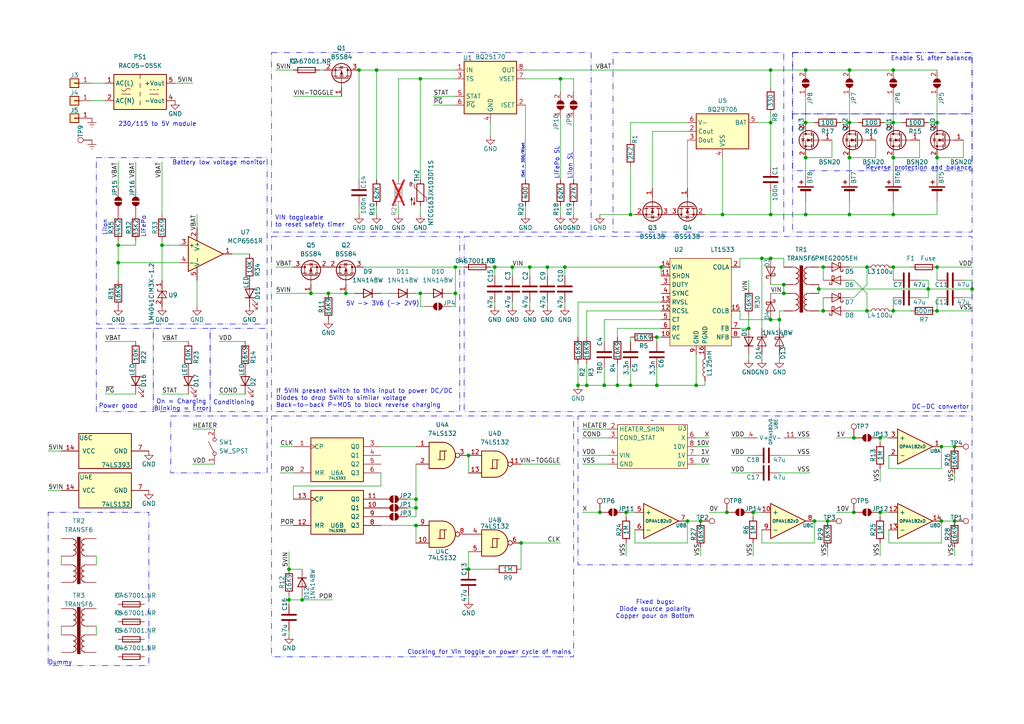
<source format=kicad_sch>
(kicad_sch
	(version 20231120)
	(generator "eeschema")
	(generator_version "8.0")
	(uuid "32b3167b-85fd-46de-baaf-1cdeab43ecc2")
	(paper "A4")
	
	(junction
		(at 182.88 62.23)
		(diameter 0)
		(color 0 0 0 0)
		(uuid "0059408a-27d6-4c79-aed2-073fd9fb3a66")
	)
	(junction
		(at 121.92 22.86)
		(diameter 0)
		(color 0 0 0 0)
		(uuid "0400edd6-ea6c-40b0-b34d-0bb2781484a8")
	)
	(junction
		(at 259.08 77.47)
		(diameter 0)
		(color 0 0 0 0)
		(uuid "0615c0f2-cf31-40a3-bcac-de113e4604bd")
	)
	(junction
		(at 34.29 71.12)
		(diameter 0)
		(color 0 0 0 0)
		(uuid "0c77f655-ef64-4255-98c5-e6b770ec1529")
	)
	(junction
		(at 237.49 83.82)
		(diameter 0)
		(color 0 0 0 0)
		(uuid "14b0b6d3-595b-411c-81e5-8bbbfbf5fa8d")
	)
	(junction
		(at 201.93 111.76)
		(diameter 0)
		(color 0 0 0 0)
		(uuid "1d1ca67f-861f-46a9-9a09-94c193522600")
	)
	(junction
		(at 148.59 77.47)
		(diameter 0)
		(color 0 0 0 0)
		(uuid "1d275c87-8d5f-4d28-a6a6-fc65a3a482ca")
	)
	(junction
		(at 247.65 127)
		(diameter 0)
		(color 0 0 0 0)
		(uuid "1e98312d-5595-4ca3-9fec-6955d588811c")
	)
	(junction
		(at 104.14 20.32)
		(diameter 0)
		(color 0 0 0 0)
		(uuid "212d3694-2142-4f16-8d08-c045cb48ae7b")
	)
	(junction
		(at 246.38 62.23)
		(diameter 0)
		(color 0 0 0 0)
		(uuid "22579659-f513-41cd-acc2-220b0e26b4f4")
	)
	(junction
		(at 100.33 85.09)
		(diameter 0)
		(color 0 0 0 0)
		(uuid "23067a6a-84ea-456c-8798-03d81b816dd7")
	)
	(junction
		(at 259.08 20.32)
		(diameter 0)
		(color 0 0 0 0)
		(uuid "24913347-b68e-46f7-86d0-2a0f0b7082a6")
	)
	(junction
		(at 233.68 62.23)
		(diameter 0)
		(color 0 0 0 0)
		(uuid "2657da40-2d71-41c8-bb45-7ab68233ef15")
	)
	(junction
		(at 173.99 148.59)
		(diameter 0)
		(color 0 0 0 0)
		(uuid "28189502-d714-4c89-adb4-52fe9d84e314")
	)
	(junction
		(at 162.56 22.86)
		(diameter 0)
		(color 0 0 0 0)
		(uuid "28b51802-d00c-47c6-abc6-afc79899a5da")
	)
	(junction
		(at 218.44 148.59)
		(diameter 0)
		(color 0 0 0 0)
		(uuid "30b53c3a-e23a-4e76-a636-2f4a2b1ad466")
	)
	(junction
		(at 151.13 157.48)
		(diameter 0)
		(color 0 0 0 0)
		(uuid "34b50150-7042-4aed-95ea-3fadfeabcb11")
	)
	(junction
		(at 87.63 173.99)
		(diameter 0)
		(color 0 0 0 0)
		(uuid "3943990d-e4d9-4f8f-82cd-2dc507118014")
	)
	(junction
		(at 233.68 45.72)
		(diameter 0)
		(color 0 0 0 0)
		(uuid "3a0e63f4-9254-4020-969d-b488d56d73b5")
	)
	(junction
		(at 182.88 111.76)
		(diameter 0)
		(color 0 0 0 0)
		(uuid "3d9e6151-8d95-46c8-b4ba-c7a2fc6156d4")
	)
	(junction
		(at 255.27 127)
		(diameter 0)
		(color 0 0 0 0)
		(uuid "4134bdbf-ec94-4e2f-bd4a-5d7360d86a5d")
	)
	(junction
		(at 83.82 165.1)
		(diameter 0)
		(color 0 0 0 0)
		(uuid "435f7bdc-d558-41c6-88ba-ce7ee53d90c8")
	)
	(junction
		(at 271.78 45.72)
		(diameter 0)
		(color 0 0 0 0)
		(uuid "45cd158b-ecae-4509-97cf-843072b1a9a2")
	)
	(junction
		(at 121.92 85.09)
		(diameter 0)
		(color 0 0 0 0)
		(uuid "4af53b19-b31b-4892-9aa8-5d0279094700")
	)
	(junction
		(at 251.46 77.47)
		(diameter 0)
		(color 0 0 0 0)
		(uuid "4f76f58e-a743-4da2-862b-a7a05c3d7019")
	)
	(junction
		(at 132.08 85.09)
		(diameter 0)
		(color 0 0 0 0)
		(uuid "4ff61846-719e-46bc-af00-a6b6efb62543")
	)
	(junction
		(at 281.94 83.82)
		(diameter 0)
		(color 0 0 0 0)
		(uuid "5134ca54-4f1b-46aa-ad39-c1625a40f4ac")
	)
	(junction
		(at 251.46 90.17)
		(diameter 0)
		(color 0 0 0 0)
		(uuid "51e3edb4-cd37-403e-8ea0-9441beb23b41")
	)
	(junction
		(at 246.38 45.72)
		(diameter 0)
		(color 0 0 0 0)
		(uuid "59f83fda-b921-4532-b3ee-1c605acbd4a0")
	)
	(junction
		(at 259.08 90.17)
		(diameter 0)
		(color 0 0 0 0)
		(uuid "616c3b05-40ce-4cc4-bd25-d9d273c7a6ad")
	)
	(junction
		(at 227.33 85.09)
		(diameter 0)
		(color 0 0 0 0)
		(uuid "63c86950-2b34-4566-ba94-2f18c4dda571")
	)
	(junction
		(at 247.65 148.59)
		(diameter 0)
		(color 0 0 0 0)
		(uuid "650b5d65-77ac-418e-8763-1bd8846be5bb")
	)
	(junction
		(at 240.03 151.13)
		(diameter 0)
		(color 0 0 0 0)
		(uuid "6a4c4e40-2e2a-406f-8d9e-95974db090ac")
	)
	(junction
		(at 238.76 77.47)
		(diameter 0)
		(color 0 0 0 0)
		(uuid "6c2ff4eb-323d-4e7c-a09c-56b6070fe12f")
	)
	(junction
		(at 246.38 35.56)
		(diameter 0)
		(color 0 0 0 0)
		(uuid "6edb48c4-9e1c-4ec7-a7e6-3408c912a101")
	)
	(junction
		(at 209.55 62.23)
		(diameter 0)
		(color 0 0 0 0)
		(uuid "71023bdb-97cf-4123-99e7-90473e6143bf")
	)
	(junction
		(at 158.75 77.47)
		(diameter 0)
		(color 0 0 0 0)
		(uuid "7588266f-18d2-480e-8663-672e49ac917a")
	)
	(junction
		(at 223.52 20.32)
		(diameter 0)
		(color 0 0 0 0)
		(uuid "79bdfef0-6cce-40d8-aafc-f82b4636ebc0")
	)
	(junction
		(at 276.86 129.54)
		(diameter 0)
		(color 0 0 0 0)
		(uuid "7e94d474-bd18-4459-a7d9-3760e59e2b7c")
	)
	(junction
		(at 259.08 45.72)
		(diameter 0)
		(color 0 0 0 0)
		(uuid "873af101-8c1f-4c29-b7a5-bbe5aa1aecc1")
	)
	(junction
		(at 271.78 35.56)
		(diameter 0)
		(color 0 0 0 0)
		(uuid "877c3f6a-ef30-4c90-ac5a-eb708ef870fd")
	)
	(junction
		(at 95.25 85.09)
		(diameter 0)
		(color 0 0 0 0)
		(uuid "89bbf825-5404-4390-8464-38757d18fc3f")
	)
	(junction
		(at 203.2 151.13)
		(diameter 0)
		(color 0 0 0 0)
		(uuid "8b53d7ab-8ad3-4f00-83e7-6c40a742474e")
	)
	(junction
		(at 259.08 62.23)
		(diameter 0)
		(color 0 0 0 0)
		(uuid "8e1c1e9f-981c-4243-8f37-d3961b8c2b3b")
	)
	(junction
		(at 233.68 20.32)
		(diameter 0)
		(color 0 0 0 0)
		(uuid "8e5cc535-8a25-4c62-a798-9b252e6ab0fe")
	)
	(junction
		(at 191.77 77.47)
		(diameter 0)
		(color 0 0 0 0)
		(uuid "92355304-4bf8-4435-b3af-4527297c5ec0")
	)
	(junction
		(at 271.78 77.47)
		(diameter 0)
		(color 0 0 0 0)
		(uuid "9802dadb-7377-4aff-bb9b-64c27008e97c")
	)
	(junction
		(at 269.24 83.82)
		(diameter 0)
		(color 0 0 0 0)
		(uuid "986823a9-27bc-4fea-bf0f-805326053d8e")
	)
	(junction
		(at 217.17 95.25)
		(diameter 0)
		(color 0 0 0 0)
		(uuid "9f781d6d-03b8-4d25-9ca4-56ebe4d00104")
	)
	(junction
		(at 246.38 20.32)
		(diameter 0)
		(color 0 0 0 0)
		(uuid "a3453c1b-2f1d-4f70-89b1-419e736ddaaf")
	)
	(junction
		(at 226.06 92.71)
		(diameter 0)
		(color 0 0 0 0)
		(uuid "a347bb61-8e14-4611-a436-1958014551c3")
	)
	(junction
		(at 179.07 111.76)
		(diameter 0)
		(color 0 0 0 0)
		(uuid "a4e827c5-55a3-4de5-afee-4da498c0afc4")
	)
	(junction
		(at 153.67 77.47)
		(diameter 0)
		(color 0 0 0 0)
		(uuid "a55cdd19-cc8d-4ccf-9688-0c7777024c8f")
	)
	(junction
		(at 143.51 77.47)
		(diameter 0)
		(color 0 0 0 0)
		(uuid "a5c3625b-f3c6-4507-be97-e9111deb1b19")
	)
	(junction
		(at 46.99 71.12)
		(diameter 0)
		(color 0 0 0 0)
		(uuid "a5ce42cb-fae0-40eb-95fc-e4acceb798bc")
	)
	(junction
		(at 236.22 151.13)
		(diameter 0)
		(color 0 0 0 0)
		(uuid "ac8ebce3-b2e5-4098-8871-2e8689dad948")
	)
	(junction
		(at 199.39 151.13)
		(diameter 0)
		(color 0 0 0 0)
		(uuid "ad867dcc-7d45-4651-9463-9d086d2ce8c0")
	)
	(junction
		(at 120.65 144.78)
		(diameter 0)
		(color 0 0 0 0)
		(uuid "b07284c4-b97a-4981-ae96-e3c95b5c4d1e")
	)
	(junction
		(at 223.52 62.23)
		(diameter 0)
		(color 0 0 0 0)
		(uuid "b08732b9-ca8d-45c7-b27b-efdbec997ef4")
	)
	(junction
		(at 120.65 147.32)
		(diameter 0)
		(color 0 0 0 0)
		(uuid "b72da46c-244b-4213-9a8e-39cf0645f575")
	)
	(junction
		(at 190.5 111.76)
		(diameter 0)
		(color 0 0 0 0)
		(uuid "b87bf739-fdee-4f37-93e9-aacf6efab86b")
	)
	(junction
		(at 233.68 35.56)
		(diameter 0)
		(color 0 0 0 0)
		(uuid "b9702304-8f29-44c4-9556-8baa1dfd8f1f")
	)
	(junction
		(at 238.76 90.17)
		(diameter 0)
		(color 0 0 0 0)
		(uuid "bae5d840-c275-411b-b5cb-c561b596847b")
	)
	(junction
		(at 120.65 152.4)
		(diameter 0)
		(color 0 0 0 0)
		(uuid "be730dfc-4408-49f1-b14b-1314a4d51b64")
	)
	(junction
		(at 273.05 151.13)
		(diameter 0)
		(color 0 0 0 0)
		(uuid "c2e40d33-80a5-467b-8062-049d5672bde9")
	)
	(junction
		(at 276.86 151.13)
		(diameter 0)
		(color 0 0 0 0)
		(uuid "c3914135-579e-4a3e-a771-9acc4cdf75d5")
	)
	(junction
		(at 273.05 129.54)
		(diameter 0)
		(color 0 0 0 0)
		(uuid "c4b6c2f5-5edb-48de-b4c4-94ef4d32e2c8")
	)
	(junction
		(at 259.08 35.56)
		(diameter 0)
		(color 0 0 0 0)
		(uuid "c5afdbfc-db69-48f9-8a30-7b8e45ca2041")
	)
	(junction
		(at 190.5 97.79)
		(diameter 0)
		(color 0 0 0 0)
		(uuid "ca90a3c7-f397-4bbe-a74a-8076c05ab759")
	)
	(junction
		(at 227.33 82.55)
		(diameter 0)
		(color 0 0 0 0)
		(uuid "ce761f42-07ca-446f-84d3-de576d1e637b")
	)
	(junction
		(at 135.89 132.08)
		(diameter 0)
		(color 0 0 0 0)
		(uuid "cebe3d46-c5a4-43f1-9061-f40ac8e46527")
	)
	(junction
		(at 83.82 173.99)
		(diameter 0)
		(color 0 0 0 0)
		(uuid "d28db965-c0e7-48c9-8c83-b6aefd65c531")
	)
	(junction
		(at 223.52 35.56)
		(diameter 0)
		(color 0 0 0 0)
		(uuid "d3bb8618-9013-4817-82e4-79e6c38d4b4b")
	)
	(junction
		(at 163.83 77.47)
		(diameter 0)
		(color 0 0 0 0)
		(uuid "d4071ac9-f0c5-4673-ba60-cc49fafe7aac")
	)
	(junction
		(at 255.27 148.59)
		(diameter 0)
		(color 0 0 0 0)
		(uuid "d41b5cf4-7e5f-4f6b-8448-4fd53ffb9649")
	)
	(junction
		(at 210.82 148.59)
		(diameter 0)
		(color 0 0 0 0)
		(uuid "d802bf52-3a07-44d6-bd56-b7594f8d1a6b")
	)
	(junction
		(at 132.08 77.47)
		(diameter 0)
		(color 0 0 0 0)
		(uuid "dcbda80b-63f7-4fd6-98da-6849295523e3")
	)
	(junction
		(at 175.26 111.76)
		(diameter 0)
		(color 0 0 0 0)
		(uuid "dde0af4b-c476-4c2e-b08b-3d2907e273a0")
	)
	(junction
		(at 271.78 90.17)
		(diameter 0)
		(color 0 0 0 0)
		(uuid "ddfb98ff-ae6f-4c3a-acf0-d5b4cf4536a3")
	)
	(junction
		(at 34.29 76.2)
		(diameter 0)
		(color 0 0 0 0)
		(uuid "df4047b5-060c-42e1-9726-0ff86dfa99b0")
	)
	(junction
		(at 220.98 74.93)
		(diameter 0)
		(color 0 0 0 0)
		(uuid "e0eb7e5c-cf20-4d01-99ac-a97790ae6161")
	)
	(junction
		(at 167.64 111.76)
		(diameter 0)
		(color 0 0 0 0)
		(uuid "e52824a8-0316-45f3-891d-ff1380ecb88c")
	)
	(junction
		(at 170.18 111.76)
		(diameter 0)
		(color 0 0 0 0)
		(uuid "e545cd31-7c26-446d-a0a3-d860993f2d64")
	)
	(junction
		(at 223.52 74.93)
		(diameter 0)
		(color 0 0 0 0)
		(uuid "e57ad7b3-8753-45d4-b710-752cb52f0074")
	)
	(junction
		(at 90.17 85.09)
		(diameter 0)
		(color 0 0 0 0)
		(uuid "ed22fd88-4dbb-4f6d-b48b-443e8c09b24a")
	)
	(junction
		(at 135.89 165.1)
		(diameter 0)
		(color 0 0 0 0)
		(uuid "f2ddaf8c-6e0d-42ba-beba-40043e265755")
	)
	(junction
		(at 181.61 148.59)
		(diameter 0)
		(color 0 0 0 0)
		(uuid "f83a69d2-39e2-4ad7-b991-19cd2e44c2f5")
	)
	(junction
		(at 109.22 20.32)
		(diameter 0)
		(color 0 0 0 0)
		(uuid "f8e77e6d-6456-4024-905a-c29d8b32415b")
	)
	(junction
		(at 223.52 92.71)
		(diameter 0)
		(color 0 0 0 0)
		(uuid "f966895f-89a5-4a8d-8642-0dbc2be11bf1")
	)
	(wire
		(pts
			(xy 26.67 29.21) (xy 30.48 29.21)
		)
		(stroke
			(width 0)
			(type default)
		)
		(uuid "001207e3-0cc1-42ba-abac-1f0b6b57aa72")
	)
	(wire
		(pts
			(xy 205.74 129.54) (xy 201.93 129.54)
		)
		(stroke
			(width 0)
			(type default)
		)
		(uuid "0239a528-f632-4641-8786-23e2e008ce53")
	)
	(wire
		(pts
			(xy 220.98 104.14) (xy 220.98 102.87)
		)
		(stroke
			(width 0)
			(type default)
		)
		(uuid "02fda349-72d9-4f48-b84c-e2af70400167")
	)
	(wire
		(pts
			(xy 191.77 77.47) (xy 191.77 80.01)
		)
		(stroke
			(width 0)
			(type default)
		)
		(uuid "03e6aab9-fb9d-44c6-8911-748a5ebc157e")
	)
	(wire
		(pts
			(xy 223.52 74.93) (xy 227.33 74.93)
		)
		(stroke
			(width 0)
			(type default)
		)
		(uuid "04fc50d9-4dc0-4981-9c4a-891dba70f153")
	)
	(wire
		(pts
			(xy 162.56 157.48) (xy 151.13 157.48)
		)
		(stroke
			(width 0)
			(type default)
		)
		(uuid "0869532c-37c8-4132-9503-26fe7c9cd959")
	)
	(wire
		(pts
			(xy 246.38 20.32) (xy 233.68 20.32)
		)
		(stroke
			(width 0)
			(type default)
		)
		(uuid "08d5abab-6c83-4560-b8aa-33cbddbf4481")
	)
	(wire
		(pts
			(xy 223.52 35.56) (xy 219.71 35.56)
		)
		(stroke
			(width 0)
			(type default)
		)
		(uuid "09ebdb36-dcba-4cd7-81ca-4bda53580aa4")
	)
	(wire
		(pts
			(xy 13.97 142.24) (xy 17.78 142.24)
		)
		(stroke
			(width 0)
			(type default)
		)
		(uuid "0a12eeea-e86d-43d4-b0d6-bc78b1a087bf")
	)
	(wire
		(pts
			(xy 168.91 124.46) (xy 176.53 124.46)
		)
		(stroke
			(width 0)
			(type default)
		)
		(uuid "0abd1dc4-80ad-4627-95ac-bd9207c53256")
	)
	(wire
		(pts
			(xy 217.17 104.14) (xy 217.17 102.87)
		)
		(stroke
			(width 0)
			(type default)
		)
		(uuid "0c0db84e-4497-445e-9970-dae003b6f931")
	)
	(wire
		(pts
			(xy 152.4 52.07) (xy 152.4 30.48)
		)
		(stroke
			(width 0)
			(type default)
		)
		(uuid "0caa4a96-1932-4680-a26e-ad66ba9562d0")
	)
	(wire
		(pts
			(xy 223.52 85.09) (xy 227.33 85.09)
		)
		(stroke
			(width 0)
			(type default)
		)
		(uuid "0d35934a-4886-4716-92cb-35e9d74d756f")
	)
	(wire
		(pts
			(xy 212.09 127) (xy 215.9 127)
		)
		(stroke
			(width 0)
			(type default)
		)
		(uuid "0d7b0a2d-7749-44b6-9c13-ab8e3f4133b8")
	)
	(wire
		(pts
			(xy 212.09 132.08) (xy 218.44 132.08)
		)
		(stroke
			(width 0)
			(type default)
		)
		(uuid "0ec579c4-4332-43d2-8469-f55c07765b79")
	)
	(wire
		(pts
			(xy 175.26 92.71) (xy 191.77 92.71)
		)
		(stroke
			(width 0)
			(type default)
		)
		(uuid "0eda7ac1-2c4e-4bdd-b445-5fc81fc588b7")
	)
	(wire
		(pts
			(xy 223.52 92.71) (xy 226.06 92.71)
		)
		(stroke
			(width 0)
			(type default)
		)
		(uuid "0f6f66d1-b4b1-4244-8302-fd44949f2f2a")
	)
	(wire
		(pts
			(xy 241.3 40.64) (xy 241.3 45.72)
		)
		(stroke
			(width 0)
			(type default)
		)
		(uuid "11548821-6a3c-4000-8f55-ec43b06ed7e4")
	)
	(wire
		(pts
			(xy 80.01 85.09) (xy 90.17 85.09)
		)
		(stroke
			(width 0)
			(type default)
		)
		(uuid "115c5079-da9a-4e4e-9a72-e5980cbd4ca7")
	)
	(wire
		(pts
			(xy 62.23 124.46) (xy 55.88 124.46)
		)
		(stroke
			(width 0)
			(type default)
		)
		(uuid "11d9e743-0ff9-40d8-8143-1f4826ca046b")
	)
	(wire
		(pts
			(xy 170.18 90.17) (xy 191.77 90.17)
		)
		(stroke
			(width 0)
			(type default)
		)
		(uuid "148f355f-18d5-444f-9fd7-6366fb4fccdb")
	)
	(wire
		(pts
			(xy 30.48 99.06) (xy 39.37 99.06)
		)
		(stroke
			(width 0)
			(type default)
		)
		(uuid "14ba2d5c-f885-4b63-b592-8b873f78669c")
	)
	(wire
		(pts
			(xy 238.76 77.47) (xy 238.76 81.28)
		)
		(stroke
			(width 0)
			(type default)
		)
		(uuid "15128843-e73f-4f64-97f7-3b308a6a260e")
	)
	(wire
		(pts
			(xy 238.76 90.17) (xy 237.49 90.17)
		)
		(stroke
			(width 0)
			(type default)
		)
		(uuid "1782705f-ed0e-44da-8b22-5909e9fb0bfe")
	)
	(wire
		(pts
			(xy 233.68 62.23) (xy 233.68 58.42)
		)
		(stroke
			(width 0)
			(type default)
		)
		(uuid "18209a86-fef5-4cf6-be43-336b6dd174e1")
	)
	(wire
		(pts
			(xy 257.81 135.89) (xy 273.05 135.89)
		)
		(stroke
			(width 0)
			(type default)
		)
		(uuid "182bb476-d8c5-4ac7-a8cd-d370a2012930")
	)
	(wire
		(pts
			(xy 80.01 77.47) (xy 85.09 77.47)
		)
		(stroke
			(width 0)
			(type default)
		)
		(uuid "19b63dc1-50b0-40ee-bdce-d9ba4d9d2c28")
	)
	(wire
		(pts
			(xy 27.94 161.29) (xy 27.94 163.83)
		)
		(stroke
			(width 0)
			(type default)
		)
		(uuid "1c77006b-47a0-488f-b084-2aac5c78d787")
	)
	(wire
		(pts
			(xy 182.88 106.68) (xy 182.88 111.76)
		)
		(stroke
			(width 0)
			(type default)
		)
		(uuid "1d0eed01-46bb-46f5-8779-bb978b8e7fa6")
	)
	(wire
		(pts
			(xy 281.94 81.28) (xy 281.94 83.82)
		)
		(stroke
			(width 0)
			(type default)
		)
		(uuid "1e10b6bf-a3e6-4e3c-aede-a7001f391d2f")
	)
	(wire
		(pts
			(xy 220.98 157.48) (xy 236.22 157.48)
		)
		(stroke
			(width 0)
			(type default)
		)
		(uuid "1e8fb0bd-aeb7-4d6b-a12e-6155e98b59d5")
	)
	(wire
		(pts
			(xy 269.24 81.28) (xy 266.7 81.28)
		)
		(stroke
			(width 0)
			(type default)
		)
		(uuid "217ea5a2-d7f6-444d-a606-6ef43e7a772b")
	)
	(wire
		(pts
			(xy 121.92 22.86) (xy 121.92 52.07)
		)
		(stroke
			(width 0)
			(type default)
		)
		(uuid "21aa3f95-e229-4636-b157-de793b2f17a7")
	)
	(wire
		(pts
			(xy 46.99 69.85) (xy 46.99 71.12)
		)
		(stroke
			(width 0)
			(type default)
		)
		(uuid "225fedd5-ed4d-4817-a4bf-47ef2f1cf05e")
	)
	(wire
		(pts
			(xy 104.14 20.32) (xy 104.14 52.07)
		)
		(stroke
			(width 0)
			(type default)
		)
		(uuid "22fa1bb7-080f-4ef6-8da1-b251a8ffdb51")
	)
	(wire
		(pts
			(xy 226.06 104.14) (xy 226.06 102.87)
		)
		(stroke
			(width 0)
			(type default)
		)
		(uuid "234f5d14-59f7-49f1-9301-0fb8d92d6ef9")
	)
	(wire
		(pts
			(xy 273.05 157.48) (xy 273.05 151.13)
		)
		(stroke
			(width 0)
			(type default)
		)
		(uuid "236986ee-3d52-4093-ba59-bf75296d9a43")
	)
	(wire
		(pts
			(xy 223.52 33.02) (xy 223.52 35.56)
		)
		(stroke
			(width 0)
			(type default)
		)
		(uuid "24c68b81-c447-4df8-b0e1-60b5aaafd9cd")
	)
	(wire
		(pts
			(xy 246.38 86.36) (xy 247.65 86.36)
		)
		(stroke
			(width 0)
			(type default)
		)
		(uuid "253c874a-71eb-4d5f-a6a9-3c066106fede")
	)
	(wire
		(pts
			(xy 83.82 160.02) (xy 83.82 165.1)
		)
		(stroke
			(width 0)
			(type default)
		)
		(uuid "258c0805-1e00-44a2-96a4-e9a63c32da27")
	)
	(wire
		(pts
			(xy 83.82 175.26) (xy 83.82 173.99)
		)
		(stroke
			(width 0)
			(type default)
		)
		(uuid "27e0d33a-de67-45a2-aa63-eb848c6032c8")
	)
	(wire
		(pts
			(xy 121.92 85.09) (xy 121.92 88.9)
		)
		(stroke
			(width 0)
			(type default)
		)
		(uuid "2bc08d97-a89b-4cd3-a900-857f1be523a5")
	)
	(wire
		(pts
			(xy 237.49 83.82) (xy 237.49 85.09)
		)
		(stroke
			(width 0)
			(type default)
		)
		(uuid "2be9fde9-da80-461c-abf2-e8f3c18a3ba9")
	)
	(wire
		(pts
			(xy 151.13 134.62) (xy 162.56 134.62)
		)
		(stroke
			(width 0)
			(type default)
		)
		(uuid "2d3428cd-78bf-4ab0-854c-7df01880a342")
	)
	(wire
		(pts
			(xy 237.49 83.82) (xy 269.24 83.82)
		)
		(stroke
			(width 0)
			(type default)
		)
		(uuid "2d64d8d2-fa30-40a4-88e1-0afe6c110aef")
	)
	(wire
		(pts
			(xy 118.11 144.78) (xy 120.65 144.78)
		)
		(stroke
			(width 0)
			(type default)
		)
		(uuid "2e8ce680-eeb3-4883-8c53-520bcb087efe")
	)
	(wire
		(pts
			(xy 236.22 151.13) (xy 240.03 151.13)
		)
		(stroke
			(width 0)
			(type default)
		)
		(uuid "2f502a80-1b75-45dd-886f-58a6100c9917")
	)
	(wire
		(pts
			(xy 179.07 105.41) (xy 179.07 111.76)
		)
		(stroke
			(width 0)
			(type default)
		)
		(uuid "30390811-64c8-4545-ae1c-1bb9c1394ca4")
	)
	(wire
		(pts
			(xy 153.67 80.01) (xy 153.67 77.47)
		)
		(stroke
			(width 0)
			(type default)
		)
		(uuid "31d413f1-9eed-4c15-942e-4c41b944d850")
	)
	(wire
		(pts
			(xy 115.57 52.07) (xy 115.57 22.86)
		)
		(stroke
			(width 0)
			(type default)
		)
		(uuid "329fc178-0512-43b4-af77-b424c7740f26")
	)
	(wire
		(pts
			(xy 209.55 62.23) (xy 209.55 45.72)
		)
		(stroke
			(width 0)
			(type default)
		)
		(uuid "33a789cb-274d-43cb-a1d1-08d0bf4aacec")
	)
	(wire
		(pts
			(xy 218.44 148.59) (xy 218.44 149.86)
		)
		(stroke
			(width 0)
			(type default)
		)
		(uuid "3448f606-57fb-4240-a600-468a35d5bdfb")
	)
	(wire
		(pts
			(xy 255.27 139.7) (xy 255.27 135.89)
		)
		(stroke
			(width 0)
			(type default)
		)
		(uuid "348232b0-3ecf-4d9a-9949-c06540462956")
	)
	(wire
		(pts
			(xy 246.38 62.23) (xy 246.38 58.42)
		)
		(stroke
			(width 0)
			(type default)
		)
		(uuid "34864550-492f-4728-93fb-42ddc0402c50")
	)
	(wire
		(pts
			(xy 143.51 80.01) (xy 143.51 77.47)
		)
		(stroke
			(width 0)
			(type default)
		)
		(uuid "383bf8ae-1be4-47ac-a364-698a0032f768")
	)
	(wire
		(pts
			(xy 39.37 114.3) (xy 30.48 114.3)
		)
		(stroke
			(width 0)
			(type default)
		)
		(uuid "3b0862b0-fa25-4a76-9013-5e2e0571d110")
	)
	(wire
		(pts
			(xy 201.93 102.87) (xy 201.93 111.76)
		)
		(stroke
			(width 0)
			(type default)
		)
		(uuid "3b1b30ea-a850-4cd6-868c-def5571c2940")
	)
	(wire
		(pts
			(xy 273.05 135.89) (xy 273.05 129.54)
		)
		(stroke
			(width 0)
			(type default)
		)
		(uuid "3b5e4f7d-ad71-4a30-a384-4bf27e5e5bac")
	)
	(wire
		(pts
			(xy 246.38 90.17) (xy 251.46 90.17)
		)
		(stroke
			(width 0)
			(type default)
		)
		(uuid "3c62bfce-1eaa-46b9-8b6c-b20917895aa2")
	)
	(wire
		(pts
			(xy 39.37 71.12) (xy 39.37 69.85)
		)
		(stroke
			(width 0)
			(type default)
		)
		(uuid "3ca0d188-2799-4512-9f43-fce2b2099f81")
	)
	(wire
		(pts
			(xy 214.63 92.71) (xy 223.52 92.71)
		)
		(stroke
			(width 0)
			(type default)
		)
		(uuid "3dd53ba5-491d-44d8-963d-0b5b0ca3d46c")
	)
	(wire
		(pts
			(xy 153.67 88.9) (xy 153.67 87.63)
		)
		(stroke
			(width 0)
			(type default)
		)
		(uuid "3e6afb34-4924-44fb-8a1f-41723177536c")
	)
	(wire
		(pts
			(xy 130.81 88.9) (xy 132.08 88.9)
		)
		(stroke
			(width 0)
			(type default)
		)
		(uuid "3ec5c455-89d5-4aa7-b598-c83bc69b2e44")
	)
	(wire
		(pts
			(xy 226.06 95.25) (xy 226.06 92.71)
		)
		(stroke
			(width 0)
			(type default)
		)
		(uuid "3f438497-1814-439e-bfe1-e09995cf5165")
	)
	(wire
		(pts
			(xy 269.24 35.56) (xy 271.78 35.56)
		)
		(stroke
			(width 0)
			(type default)
		)
		(uuid "3f8496d4-bcf9-49a2-b796-ef2817c9b20e")
	)
	(wire
		(pts
			(xy 226.06 137.16) (xy 234.95 137.16)
		)
		(stroke
			(width 0)
			(type default)
		)
		(uuid "4123e327-e5da-468a-a227-759bb337ce30")
	)
	(wire
		(pts
			(xy 223.52 20.32) (xy 223.52 25.4)
		)
		(stroke
			(width 0)
			(type default)
		)
		(uuid "413d7239-5cba-43f1-811f-d7e0b9aa6e03")
	)
	(wire
		(pts
			(xy 273.05 129.54) (xy 276.86 129.54)
		)
		(stroke
			(width 0)
			(type default)
		)
		(uuid "42931f72-3541-43c3-98a2-1d761b56b117")
	)
	(wire
		(pts
			(xy 55.88 24.13) (xy 50.8 24.13)
		)
		(stroke
			(width 0)
			(type default)
		)
		(uuid "45981b2f-b428-4090-b2d0-9a8e818e5d54")
	)
	(wire
		(pts
			(xy 246.38 81.28) (xy 247.65 81.28)
		)
		(stroke
			(width 0)
			(type default)
		)
		(uuid "461a3ed1-9ba7-43d2-9171-2d46d021b253")
	)
	(wire
		(pts
			(xy 95.25 85.09) (xy 100.33 85.09)
		)
		(stroke
			(width 0)
			(type default)
		)
		(uuid "4693b494-4029-4269-8283-d52daaa19297")
	)
	(wire
		(pts
			(xy 121.92 59.69) (xy 121.92 62.23)
		)
		(stroke
			(width 0)
			(type default)
		)
		(uuid "4ae5c1ca-c4fd-4c9d-b7ed-6b1e202e0048")
	)
	(wire
		(pts
			(xy 220.98 74.93) (xy 220.98 95.25)
		)
		(stroke
			(width 0)
			(type default)
		)
		(uuid "4bb97367-68c7-44cc-a56c-d4b7723d4545")
	)
	(wire
		(pts
			(xy 46.99 71.12) (xy 46.99 81.28)
		)
		(stroke
			(width 0)
			(type default)
		)
		(uuid "4d1107a7-7061-4789-bba9-d1a16f238dd9")
	)
	(wire
		(pts
			(xy 158.75 80.01) (xy 158.75 77.47)
		)
		(stroke
			(width 0)
			(type default)
		)
		(uuid "4dfa7b09-b0b3-4445-a481-f42552952a42")
	)
	(wire
		(pts
			(xy 217.17 95.25) (xy 214.63 95.25)
		)
		(stroke
			(width 0)
			(type default)
		)
		(uuid "4ec5949b-c0b8-4a32-b976-4e0b39b40a35")
	)
	(wire
		(pts
			(xy 135.89 132.08) (xy 135.89 137.16)
		)
		(stroke
			(width 0)
			(type default)
		)
		(uuid "5007edd8-0304-4522-b290-e349629f6bd2")
	)
	(wire
		(pts
			(xy 227.33 74.93) (xy 227.33 77.47)
		)
		(stroke
			(width 0)
			(type default)
		)
		(uuid "51090c42-69f5-4274-89b8-8458db9fab80")
	)
	(wire
		(pts
			(xy 182.88 111.76) (xy 190.5 111.76)
		)
		(stroke
			(width 0)
			(type default)
		)
		(uuid "5136288b-c5fa-49e1-a124-18f2c47cf970")
	)
	(wire
		(pts
			(xy 264.16 77.47) (xy 259.08 77.47)
		)
		(stroke
			(width 0)
			(type default)
		)
		(uuid "51af881c-c022-4f85-9a1e-eee98f922ea0")
	)
	(wire
		(pts
			(xy 234.95 127) (xy 231.14 127)
		)
		(stroke
			(width 0)
			(type default)
		)
		(uuid "5281fd73-dcbb-4099-918a-ed4dc66e8ec5")
	)
	(wire
		(pts
			(xy 182.88 99.06) (xy 182.88 97.79)
		)
		(stroke
			(width 0)
			(type default)
		)
		(uuid "530935e4-247b-4a09-b952-70df0514ca6b")
	)
	(wire
		(pts
			(xy 167.64 105.41) (xy 167.64 111.76)
		)
		(stroke
			(width 0)
			(type default)
		)
		(uuid "5373dc1b-66a4-410e-99a7-78bf35c6948c")
	)
	(wire
		(pts
			(xy 271.78 27.94) (xy 271.78 35.56)
		)
		(stroke
			(width 0)
			(type default)
		)
		(uuid "54b3da39-a59d-45b6-8633-e91279a8cd52")
	)
	(wire
		(pts
			(xy 179.07 95.25) (xy 179.07 97.79)
		)
		(stroke
			(width 0)
			(type default)
		)
		(uuid "5525a4f9-6955-4e9d-86d9-949f8c4d1049")
	)
	(wire
		(pts
			(xy 214.63 74.93) (xy 214.63 77.47)
		)
		(stroke
			(width 0)
			(type default)
		)
		(uuid "56928253-88f5-45a4-b9be-2124eb6ee86f")
	)
	(wire
		(pts
			(xy 63.5 114.3) (xy 71.12 114.3)
		)
		(stroke
			(width 0)
			(type default)
		)
		(uuid "5754ea55-5515-445a-a5b2-dfea072686df")
	)
	(wire
		(pts
			(xy 181.61 161.29) (xy 181.61 157.48)
		)
		(stroke
			(width 0)
			(type default)
		)
		(uuid "57f9172f-8cf4-445a-9516-75e5a6d22305")
	)
	(wire
		(pts
			(xy 184.15 153.67) (xy 184.15 157.48)
		)
		(stroke
			(width 0)
			(type default)
		)
		(uuid "58d22716-7efb-458f-8ecc-8e31c332a47e")
	)
	(wire
		(pts
			(xy 148.59 88.9) (xy 148.59 87.63)
		)
		(stroke
			(width 0)
			(type default)
		)
		(uuid "59d193b5-3477-4da7-9a5a-75aa0c257e69")
	)
	(wire
		(pts
			(xy 26.67 24.13) (xy 30.48 24.13)
		)
		(stroke
			(width 0)
			(type default)
		)
		(uuid "5a11491f-75d2-4593-b541-1ce0262b65b7")
	)
	(wire
		(pts
			(xy 163.83 77.47) (xy 191.77 77.47)
		)
		(stroke
			(width 0)
			(type default)
		)
		(uuid "5b58c7a5-9ea2-4ad6-b55b-c9d95db93e8a")
	)
	(wire
		(pts
			(xy 279.4 40.64) (xy 279.4 45.72)
		)
		(stroke
			(width 0)
			(type default)
		)
		(uuid "5e74d2c2-df9c-4bbf-9e94-9d3344523cf5")
	)
	(wire
		(pts
			(xy 167.64 87.63) (xy 191.77 87.63)
		)
		(stroke
			(width 0)
			(type default)
		)
		(uuid "5edb5a01-f575-4c2b-a9b9-ba93dfffe015")
	)
	(wire
		(pts
			(xy 162.56 22.86) (xy 166.37 22.86)
		)
		(stroke
			(width 0)
			(type default)
		)
		(uuid "5fd6ed5f-9637-4a44-8f1b-97a1ed9d59c3")
	)
	(wire
		(pts
			(xy 46.99 99.06) (xy 54.61 99.06)
		)
		(stroke
			(width 0)
			(type default)
		)
		(uuid "6007c43e-ee92-4bd3-9205-1f367e91f7da")
	)
	(wire
		(pts
			(xy 204.47 62.23) (xy 209.55 62.23)
		)
		(stroke
			(width 0)
			(type default)
		)
		(uuid "6245fd32-5111-45ce-b11a-3db2629975b8")
	)
	(wire
		(pts
			(xy 271.78 20.32) (xy 259.08 20.32)
		)
		(stroke
			(width 0)
			(type default)
		)
		(uuid "62465a29-50ad-4dbe-97aa-a19181d166c5")
	)
	(wire
		(pts
			(xy 281.94 83.82) (xy 281.94 86.36)
		)
		(stroke
			(width 0)
			(type default)
		)
		(uuid "62852f7f-de75-4ac2-b273-a463e079e490")
	)
	(wire
		(pts
			(xy 257.81 157.48) (xy 273.05 157.48)
		)
		(stroke
			(width 0)
			(type default)
		)
		(uuid "62b3f477-b48c-4f32-bb55-956de23cc15e")
	)
	(wire
		(pts
			(xy 170.18 111.76) (xy 175.26 111.76)
		)
		(stroke
			(width 0)
			(type default)
		)
		(uuid "630314f1-8458-43dc-badd-67e7bf7c86ff")
	)
	(wire
		(pts
			(xy 233.68 20.32) (xy 223.52 20.32)
		)
		(stroke
			(width 0)
			(type default)
		)
		(uuid "66b11c45-6c06-4fd9-83d9-56f517d1e436")
	)
	(wire
		(pts
			(xy 242.57 127) (xy 247.65 127)
		)
		(stroke
			(width 0)
			(type default)
		)
		(uuid "66cb1c24-ab50-44df-bb64-601215498687")
	)
	(wire
		(pts
			(xy 85.09 140.97) (xy 110.49 140.97)
		)
		(stroke
			(width 0)
			(type default)
		)
		(uuid "677deeac-65c7-44f5-b92c-c665fbcf915b")
	)
	(wire
		(pts
			(xy 104.14 59.69) (xy 104.14 62.23)
		)
		(stroke
			(width 0)
			(type default)
		)
		(uuid "68ffdd2b-0b14-48bb-a18c-a0dcea7774d0")
	)
	(wire
		(pts
			(xy 243.84 35.56) (xy 246.38 35.56)
		)
		(stroke
			(width 0)
			(type default)
		)
		(uuid "69b4f2de-2fab-47f8-a00d-2125ee8f0945")
	)
	(wire
		(pts
			(xy 163.83 88.9) (xy 163.83 87.63)
		)
		(stroke
			(width 0)
			(type default)
		)
		(uuid "6b962eb7-3eb5-42b1-a727-1438940db0c3")
	)
	(wire
		(pts
			(xy 204.47 110.49) (xy 204.47 111.76)
		)
		(stroke
			(width 0)
			(type default)
		)
		(uuid "6c1b2bf9-36e9-4990-bb56-6559dab57b37")
	)
	(wire
		(pts
			(xy 259.08 62.23) (xy 271.78 62.23)
		)
		(stroke
			(width 0)
			(type default)
		)
		(uuid "6c5f0769-6765-4fe0-9ff1-9278d7f9269e")
	)
	(wire
		(pts
			(xy 205.74 127) (xy 201.93 127)
		)
		(stroke
			(width 0)
			(type default)
		)
		(uuid "6c5fa6c6-02fc-47cf-b712-6e6b5eca82cc")
	)
	(wire
		(pts
			(xy 143.51 165.1) (xy 135.89 165.1)
		)
		(stroke
			(width 0)
			(type default)
		)
		(uuid "717bfb6f-8a09-400c-9307-36f466ecfb08")
	)
	(wire
		(pts
			(xy 259.08 90.17) (xy 264.16 90.17)
		)
		(stroke
			(width 0)
			(type default)
		)
		(uuid "71c0643e-3dc4-41f0-bd9c-33c021e576c7")
	)
	(wire
		(pts
			(xy 168.91 132.08) (xy 176.53 132.08)
		)
		(stroke
			(width 0)
			(type default)
		)
		(uuid "71fa9b4c-6992-4909-8f5b-036ed219cb70")
	)
	(wire
		(pts
			(xy 271.78 62.23) (xy 271.78 58.42)
		)
		(stroke
			(width 0)
			(type default)
		)
		(uuid "72613495-dc29-42cf-b5a0-9468b5614a6d")
	)
	(wire
		(pts
			(xy 233.68 62.23) (xy 246.38 62.23)
		)
		(stroke
			(width 0)
			(type default)
		)
		(uuid "72e6c0f6-33ee-427e-94ce-cca2750dd7ce")
	)
	(wire
		(pts
			(xy 214.63 74.93) (xy 220.98 74.93)
		)
		(stroke
			(width 0)
			(type default)
		)
		(uuid "72ee03bb-5e00-489d-8e78-8f4b04c55dff")
	)
	(wire
		(pts
			(xy 143.51 88.9) (xy 143.51 87.63)
		)
		(stroke
			(width 0)
			(type default)
		)
		(uuid "73f17472-7e92-4f95-887a-f744aee055e5")
	)
	(wire
		(pts
			(xy 217.17 91.44) (xy 217.17 95.25)
		)
		(stroke
			(width 0)
			(type default)
		)
		(uuid "75ba7b73-0e8e-4213-9406-fb6abbd78c5b")
	)
	(wire
		(pts
			(xy 80.01 20.32) (xy 85.09 20.32)
		)
		(stroke
			(width 0)
			(type default)
		)
		(uuid "7629da67-cfcf-4fe7-8e64-0eb66a8228b1")
	)
	(wire
		(pts
			(xy 143.51 77.47) (xy 148.59 77.47)
		)
		(stroke
			(width 0)
			(type default)
		)
		(uuid "7638357a-2a6f-45f5-af9b-dbcce85d37c0")
	)
	(wire
		(pts
			(xy 142.24 35.56) (xy 142.24 39.37)
		)
		(stroke
			(width 0)
			(type default)
		)
		(uuid "766d15a5-527b-412d-b25c-775c7240bb28")
	)
	(wire
		(pts
			(xy 236.22 35.56) (xy 233.68 35.56)
		)
		(stroke
			(width 0)
			(type default)
		)
		(uuid "7670da31-3b7c-4700-bd5f-659868f41267")
	)
	(wire
		(pts
			(xy 132.08 88.9) (xy 132.08 85.09)
		)
		(stroke
			(width 0)
			(type default)
		)
		(uuid "769232d4-d0da-4099-af6c-495e01b784b0")
	)
	(wire
		(pts
			(xy 205.74 132.08) (xy 201.93 132.08)
		)
		(stroke
			(width 0)
			(type default)
		)
		(uuid "78ebbb90-b393-43f5-ad4c-5ca10b2b27c6")
	)
	(wire
		(pts
			(xy 203.2 161.29) (xy 203.2 158.75)
		)
		(stroke
			(width 0)
			(type default)
		)
		(uuid "790bb643-e0a9-4fcd-9605-23f41363171e")
	)
	(wire
		(pts
			(xy 120.65 134.62) (xy 120.65 144.78)
		)
		(stroke
			(width 0)
			(type default)
		)
		(uuid "7a05314d-7132-4a1b-b385-91e76d9c2700")
	)
	(wire
		(pts
			(xy 266.7 40.64) (xy 266.7 45.72)
		)
		(stroke
			(width 0)
			(type default)
		)
		(uuid "7a80634b-7a7a-4e94-9e72-f00bc4cf8dec")
	)
	(wire
		(pts
			(xy 199.39 157.48) (xy 199.39 151.13)
		)
		(stroke
			(width 0)
			(type default)
		)
		(uuid "7b9184e4-d2f4-4c13-a876-1eb849cf45d3")
	)
	(wire
		(pts
			(xy 226.06 90.17) (xy 227.33 90.17)
		)
		(stroke
			(width 0)
			(type default)
		)
		(uuid "7d79ca82-3d69-4fb5-83f4-ea99fc2548e8")
	)
	(wire
		(pts
			(xy 13.97 130.81) (xy 17.78 130.81)
		)
		(stroke
			(width 0)
			(type default)
		)
		(uuid "7fe694d5-0b86-41d3-9123-3a0065201190")
	)
	(wire
		(pts
			(xy 223.52 48.26) (xy 223.52 35.56)
		)
		(stroke
			(width 0)
			(type default)
		)
		(uuid "80d6bd59-818a-4977-a832-0c80c181e58f")
	)
	(wire
		(pts
			(xy 220.98 74.93) (xy 223.52 74.93)
		)
		(stroke
			(width 0)
			(type default)
		)
		(uuid "81014757-2e94-4f24-b049-4734733a8185")
	)
	(wire
		(pts
			(xy 158.75 77.47) (xy 163.83 77.47)
		)
		(stroke
			(width 0)
			(type default)
		)
		(uuid "81acc84b-b8ee-4cdd-af74-372685d00677")
	)
	(wire
		(pts
			(xy 125.73 30.48) (xy 132.08 30.48)
		)
		(stroke
			(width 0)
			(type default)
		)
		(uuid "81ecc552-9a8b-4d74-bf7e-335a8d5261f6")
	)
	(wire
		(pts
			(xy 273.05 151.13) (xy 276.86 151.13)
		)
		(stroke
			(width 0)
			(type default)
		)
		(uuid "822bc066-60b6-433b-9f5e-0e1b94212298")
	)
	(wire
		(pts
			(xy 34.29 71.12) (xy 39.37 71.12)
		)
		(stroke
			(width 0)
			(type default)
		)
		(uuid "83a823d0-b71b-476b-bab8-4c0d60ccd65e")
	)
	(wire
		(pts
			(xy 266.7 45.72) (xy 259.08 45.72)
		)
		(stroke
			(width 0)
			(type default)
		)
		(uuid "84ec7277-c920-49e8-a3e0-5f37741358d3")
	)
	(wire
		(pts
			(xy 246.38 27.94) (xy 246.38 35.56)
		)
		(stroke
			(width 0)
			(type default)
		)
		(uuid "85c529d5-56f2-4402-adb7-9c9caf992d84")
	)
	(wire
		(pts
			(xy 83.82 184.15) (xy 83.82 182.88)
		)
		(stroke
			(width 0)
			(type default)
		)
		(uuid "866d0a77-23f3-446c-9109-8c6a39276595")
	)
	(wire
		(pts
			(xy 255.27 127) (xy 255.27 128.27)
		)
		(stroke
			(width 0)
			(type default)
		)
		(uuid "86add719-a663-496d-ac99-cc85e277d982")
	)
	(wire
		(pts
			(xy 251.46 85.09) (xy 251.46 90.17)
		)
		(stroke
			(width 0)
			(type default)
		)
		(uuid "87ead593-4e95-430c-ab9d-d9cc691fb98c")
	)
	(wire
		(pts
			(xy 135.89 173.99) (xy 135.89 172.72)
		)
		(stroke
			(width 0)
			(type default)
		)
		(uuid "88ceab55-2582-4e4e-8de3-0890681fadc1")
	)
	(wire
		(pts
			(xy 163.83 80.01) (xy 163.83 77.47)
		)
		(stroke
			(width 0)
			(type default)
		)
		(uuid "8915aeda-acf1-4a6d-94d7-5fd693a5109c")
	)
	(wire
		(pts
			(xy 87.63 173.99) (xy 87.63 172.72)
		)
		(stroke
			(width 0)
			(type default)
		)
		(uuid "89288a8e-34a1-482b-b09e-bbd3fa45d0f7")
	)
	(wire
		(pts
			(xy 181.61 148.59) (xy 184.15 148.59)
		)
		(stroke
			(width 0)
			(type default)
		)
		(uuid "892fe340-7447-498b-bfaa-c10dd4d8a197")
	)
	(wire
		(pts
			(xy 241.3 45.72) (xy 233.68 45.72)
		)
		(stroke
			(width 0)
			(type default)
		)
		(uuid "89792e67-7de4-46ce-b208-9110be659892")
	)
	(wire
		(pts
			(xy 182.88 35.56) (xy 182.88 40.64)
		)
		(stroke
			(width 0)
			(type default)
		)
		(uuid "8b719e16-1a72-44e1-8b33-28b386ab7705")
	)
	(wire
		(pts
			(xy 110.49 140.97) (xy 110.49 137.16)
		)
		(stroke
			(width 0)
			(type default)
		)
		(uuid "8beca500-cc8e-464b-afb3-255fc1fd22ec")
	)
	(wire
		(pts
			(xy 242.57 148.59) (xy 247.65 148.59)
		)
		(stroke
			(width 0)
			(type default)
		)
		(uuid "8c29a97c-cf7e-4bd9-be5f-7601acad1c6d")
	)
	(wire
		(pts
			(xy 167.64 87.63) (xy 167.64 97.79)
		)
		(stroke
			(width 0)
			(type default)
		)
		(uuid "8d155362-10c2-4558-b939-aa2a5e76e6ea")
	)
	(wire
		(pts
			(xy 276.86 139.7) (xy 276.86 137.16)
		)
		(stroke
			(width 0)
			(type default)
		)
		(uuid "8dfb7755-e4ea-4c8b-8d76-593c77a62642")
	)
	(wire
		(pts
			(xy 251.46 77.47) (xy 251.46 82.55)
		)
		(stroke
			(width 0)
			(type default)
		)
		(uuid "8e18d0ab-086d-402a-83d4-8d445be41aac")
	)
	(wire
		(pts
			(xy 162.56 52.07) (xy 162.56 34.29)
		)
		(stroke
			(width 0)
			(type default)
		)
		(uuid "8ec93767-5e95-4c30-ba52-c9365921aefa")
	)
	(wire
		(pts
			(xy 166.37 22.86) (xy 166.37 26.67)
		)
		(stroke
			(width 0)
			(type default)
		)
		(uuid "8eda4dba-40a5-461a-a5a7-c42291e69d48")
	)
	(wire
		(pts
			(xy 182.88 62.23) (xy 184.15 62.23)
		)
		(stroke
			(width 0)
			(type default)
		)
		(uuid "90289ab4-b9f0-471b-be48-7a4d48e25cb3")
	)
	(wire
		(pts
			(xy 81.28 137.16) (xy 85.09 137.16)
		)
		(stroke
			(width 0)
			(type default)
		)
		(uuid "904e2dcf-5b37-4eb3-9481-9900d30a6093")
	)
	(wire
		(pts
			(xy 132.08 77.47) (xy 132.08 85.09)
		)
		(stroke
			(width 0)
			(type default)
		)
		(uuid "934fc53a-8a7b-4a76-afcd-d19b5eb62acb")
	)
	(wire
		(pts
			(xy 148.59 77.47) (xy 153.67 77.47)
		)
		(stroke
			(width 0)
			(type default)
		)
		(uuid "93614709-da82-45bc-8f96-11523d531df1")
	)
	(wire
		(pts
			(xy 246.38 62.23) (xy 259.08 62.23)
		)
		(stroke
			(width 0)
			(type default)
		)
		(uuid "952be935-c48c-4e68-8b3b-dad48352e988")
	)
	(wire
		(pts
			(xy 223.52 55.88) (xy 223.52 62.23)
		)
		(stroke
			(width 0)
			(type default)
		)
		(uuid "96021444-7bbd-4a54-8782-0245406f921b")
	)
	(wire
		(pts
			(xy 214.63 92.71) (xy 214.63 90.17)
		)
		(stroke
			(width 0)
			(type default)
		)
		(uuid "96685b6a-f6e5-4342-9f2e-c433aa135bda")
	)
	(wire
		(pts
			(xy 271.78 86.36) (xy 271.78 90.17)
		)
		(stroke
			(width 0)
			(type default)
		)
		(uuid "968ce68d-8da2-448b-aa2e-8cc21692ffee")
	)
	(wire
		(pts
			(xy 189.23 38.1) (xy 199.39 38.1)
		)
		(stroke
			(width 0)
			(type default)
		)
		(uuid "990d2bbf-7868-40b7-8d66-051583909430")
	)
	(wire
		(pts
			(xy 92.71 20.32) (xy 93.98 20.32)
		)
		(stroke
			(width 0)
			(type default)
		)
		(uuid "99fb7237-7cf6-486f-9bf5-ae3ae9303695")
	)
	(wire
		(pts
			(xy 83.82 173.99) (xy 87.63 173.99)
		)
		(stroke
			(width 0)
			(type default)
		)
		(uuid "9a3c897d-f6bc-4bd7-bb30-622e7be0fe55")
	)
	(wire
		(pts
			(xy 209.55 62.23) (xy 223.52 62.23)
		)
		(stroke
			(width 0)
			(type default)
		)
		(uuid "9a9b19d5-f4c9-407b-a754-59624119a271")
	)
	(wire
		(pts
			(xy 168.91 148.59) (xy 173.99 148.59)
		)
		(stroke
			(width 0)
			(type default)
		)
		(uuid "9aed0936-f313-441d-a61c-df8a7da0f1ea")
	)
	(wire
		(pts
			(xy 168.91 134.62) (xy 176.53 134.62)
		)
		(stroke
			(width 0)
			(type default)
		)
		(uuid "9b2b1c04-9133-4e72-85eb-f626c42911cf")
	)
	(wire
		(pts
			(xy 199.39 35.56) (xy 182.88 35.56)
		)
		(stroke
			(width 0)
			(type default)
		)
		(uuid "9c390899-571d-402c-8a17-783bb6d75c17")
	)
	(wire
		(pts
			(xy 34.29 71.12) (xy 34.29 76.2)
		)
		(stroke
			(width 0)
			(type default)
		)
		(uuid "9cb49b6d-ad60-446d-8dff-6eeadfaebc8f")
	)
	(wire
		(pts
			(xy 190.5 111.76) (xy 201.93 111.76)
		)
		(stroke
			(width 0)
			(type default)
		)
		(uuid "9d3d5f8d-183f-436b-a605-16a2d98bd8be")
	)
	(wire
		(pts
			(xy 102.87 85.09) (xy 100.33 85.09)
		)
		(stroke
			(width 0)
			(type default)
		)
		(uuid "9db48467-d840-406e-8fc7-a3e30b34e0b1")
	)
	(wire
		(pts
			(xy 259.08 86.36) (xy 259.08 90.17)
		)
		(stroke
			(width 0)
			(type default)
		)
		(uuid "9dc8f439-0e3e-413a-b221-d3b67c38428f")
	)
	(wire
		(pts
			(xy 120.65 149.86) (xy 118.11 149.86)
		)
		(stroke
			(width 0)
			(type default)
		)
		(uuid "9f25e0d9-629b-4d9b-8ea6-fa944cca73c7")
	)
	(wire
		(pts
			(xy 259.08 27.94) (xy 259.08 35.56)
		)
		(stroke
			(width 0)
			(type default)
		)
		(uuid "9f2e7e5b-9bc4-4324-b140-b58d8858848c")
	)
	(wire
		(pts
			(xy 152.4 62.23) (xy 152.4 59.69)
		)
		(stroke
			(width 0)
			(type default)
		)
		(uuid "9f59195c-a5c8-433a-b454-45331a9888dc")
	)
	(wire
		(pts
			(xy 276.86 161.29) (xy 276.86 158.75)
		)
		(stroke
			(width 0)
			(type default)
		)
		(uuid "a0028a17-9193-4524-8dca-a1039ed75382")
	)
	(wire
		(pts
			(xy 104.14 20.32) (xy 109.22 20.32)
		)
		(stroke
			(width 0)
			(type default)
		)
		(uuid "a070ee95-c312-4370-8c1d-2a478fb518bd")
	)
	(wire
		(pts
			(xy 240.03 161.29) (xy 240.03 158.75)
		)
		(stroke
			(width 0)
			(type default)
		)
		(uuid "a0772b75-95a5-4629-a7d1-bc904a5c5c99")
	)
	(wire
		(pts
			(xy 83.82 173.99) (xy 83.82 172.72)
		)
		(stroke
			(width 0)
			(type default)
		)
		(uuid "a08191a7-8d1e-4862-998e-0632044dce9e")
	)
	(wire
		(pts
			(xy 223.52 62.23) (xy 233.68 62.23)
		)
		(stroke
			(width 0)
			(type default)
		)
		(uuid "a2af7f9e-0810-4ca4-8a3c-05b768d851f8")
	)
	(wire
		(pts
			(xy 181.61 148.59) (xy 181.61 149.86)
		)
		(stroke
			(width 0)
			(type default)
		)
		(uuid "a46b3563-d220-4c1f-a042-cbbcc43e9d14")
	)
	(wire
		(pts
			(xy 170.18 90.17) (xy 170.18 97.79)
		)
		(stroke
			(width 0)
			(type default)
		)
		(uuid "a7440d45-a30e-4a3d-a73d-56ca1ab61b02")
	)
	(wire
		(pts
			(xy 247.65 86.36) (xy 251.46 82.55)
		)
		(stroke
			(width 0)
			(type default)
		)
		(uuid "a8249c51-abd1-48d6-a628-97622a5e0f2d")
	)
	(wire
		(pts
			(xy 233.68 27.94) (xy 233.68 35.56)
		)
		(stroke
			(width 0)
			(type default)
		)
		(uuid "a83aaa0b-a839-4608-86f7-f6ffeda8fef5")
	)
	(wire
		(pts
			(xy 205.74 148.59) (xy 210.82 148.59)
		)
		(stroke
			(width 0)
			(type default)
		)
		(uuid "a87f425e-016e-4e78-aa9e-acbd4c4c2bc4")
	)
	(wire
		(pts
			(xy 167.64 111.76) (xy 170.18 111.76)
		)
		(stroke
			(width 0)
			(type default)
		)
		(uuid "a8ae0b64-2e27-4e1e-9b2f-4236fcf9eb13")
	)
	(wire
		(pts
			(xy 173.99 62.23) (xy 182.88 62.23)
		)
		(stroke
			(width 0)
			(type default)
		)
		(uuid "a8c5a286-821c-47b8-8357-e1c25d90a16c")
	)
	(wire
		(pts
			(xy 279.4 45.72) (xy 271.78 45.72)
		)
		(stroke
			(width 0)
			(type default)
		)
		(uuid "a95deebe-c6c9-4473-98ac-e72f4dcf5da7")
	)
	(wire
		(pts
			(xy 39.37 46.99) (xy 39.37 54.61)
		)
		(stroke
			(width 0)
			(type default)
		)
		(uuid "a9db4313-fc48-4711-898c-485ef56388cc")
	)
	(wire
		(pts
			(xy 120.65 147.32) (xy 120.65 149.86)
		)
		(stroke
			(width 0)
			(type default)
		)
		(uuid "aa33cc6c-90cb-488d-939f-caae86906e72")
	)
	(wire
		(pts
			(xy 179.07 111.76) (xy 182.88 111.76)
		)
		(stroke
			(width 0)
			(type default)
		)
		(uuid "aa8a64ac-fda5-4f1c-8c49-51dfdc9c51e7")
	)
	(wire
		(pts
			(xy 17.78 161.29) (xy 17.78 163.83)
		)
		(stroke
			(width 0)
			(type default)
		)
		(uuid "aaea003c-c89c-4690-9666-fa88339f14f7")
	)
	(wire
		(pts
			(xy 120.65 85.09) (xy 121.92 85.09)
		)
		(stroke
			(width 0)
			(type default)
		)
		(uuid "aba49e1d-7f21-424d-b92d-fca50e756dd4")
	)
	(wire
		(pts
			(xy 81.28 152.4) (xy 85.09 152.4)
		)
		(stroke
			(width 0)
			(type default)
		)
		(uuid "ad903661-6945-4b6d-b91b-ad275dfe432d")
	)
	(wire
		(pts
			(xy 269.24 83.82) (xy 269.24 86.36)
		)
		(stroke
			(width 0)
			(type default)
		)
		(uuid "adab29b1-c77d-473d-aaed-8d8fb5258963")
	)
	(wire
		(pts
			(xy 189.23 54.61) (xy 189.23 38.1)
		)
		(stroke
			(width 0)
			(type default)
		)
		(uuid "ae2e4b27-5dbc-44fb-a6be-59d6bf603e20")
	)
	(wire
		(pts
			(xy 255.27 148.59) (xy 257.81 148.59)
		)
		(stroke
			(width 0)
			(type default)
		)
		(uuid "b03b370d-f74e-42b0-b912-cf304fa0d211")
	)
	(wire
		(pts
			(xy 168.91 127) (xy 176.53 127)
		)
		(stroke
			(width 0)
			(type default)
		)
		(uuid "b0dccb07-3686-4923-bce6-495f2caf4849")
	)
	(wire
		(pts
			(xy 179.07 95.25) (xy 191.77 95.25)
		)
		(stroke
			(width 0)
			(type default)
		)
		(uuid "b0fe0efc-a1f2-4dbc-8ec5-d6843814d1c4")
	)
	(wire
		(pts
			(xy 54.61 114.3) (xy 46.99 114.3)
		)
		(stroke
			(width 0)
			(type default)
		)
		(uuid "b146516f-7da0-4ba3-ab92-33c2e88638e3")
	)
	(wire
		(pts
			(xy 261.62 35.56) (xy 259.08 35.56)
		)
		(stroke
			(width 0)
			(type default)
		)
		(uuid "b1db0de0-8c74-4452-b919-1ea4bf005967")
	)
	(wire
		(pts
			(xy 132.08 85.09) (xy 130.81 85.09)
		)
		(stroke
			(width 0)
			(type default)
		)
		(uuid "b2770020-0ac6-4382-966f-8ae8cff10ba0")
	)
	(wire
		(pts
			(xy 255.27 161.29) (xy 255.27 157.48)
		)
		(stroke
			(width 0)
			(type default)
		)
		(uuid "b295bdc3-2e0c-47fd-b954-fffc1e1805de")
	)
	(wire
		(pts
			(xy 175.26 111.76) (xy 179.07 111.76)
		)
		(stroke
			(width 0)
			(type default)
		)
		(uuid "b4da39cc-5434-46ac-a3b1-504ad5bd58d5")
	)
	(wire
		(pts
			(xy 226.06 132.08) (xy 234.95 132.08)
		)
		(stroke
			(width 0)
			(type default)
		)
		(uuid "b509533b-a835-4bea-9a1b-ce99f1ce6adf")
	)
	(wire
		(pts
			(xy 27.94 181.61) (xy 27.94 184.15)
		)
		(stroke
			(width 0)
			(type default)
		)
		(uuid "b5a97a86-4999-4e14-92ab-d2bf925db9ec")
	)
	(wire
		(pts
			(xy 34.29 76.2) (xy 52.07 76.2)
		)
		(stroke
			(width 0)
			(type default)
		)
		(uuid "b5c69ac8-133d-4ab3-ba0a-694ebe82f1a3")
	)
	(wire
		(pts
			(xy 227.33 82.55) (xy 227.33 85.09)
		)
		(stroke
			(width 0)
			(type default)
		)
		(uuid "b608cf51-f37f-496d-8a15-0ee9f21344b9")
	)
	(wire
		(pts
			(xy 85.09 27.94) (xy 99.06 27.94)
		)
		(stroke
			(width 0)
			(type default)
		)
		(uuid "b670f5cc-b010-4865-9149-a5940af336de")
	)
	(wire
		(pts
			(xy 182.88 48.26) (xy 182.88 62.23)
		)
		(stroke
			(width 0)
			(type default)
		)
		(uuid "b736a303-56cc-41e3-9a0b-2ee727f0b8f2")
	)
	(wire
		(pts
			(xy 153.67 77.47) (xy 158.75 77.47)
		)
		(stroke
			(width 0)
			(type default)
		)
		(uuid "b75f14cf-ebc3-4c4e-8801-826224ddd804")
	)
	(wire
		(pts
			(xy 269.24 81.28) (xy 269.24 83.82)
		)
		(stroke
			(width 0)
			(type default)
		)
		(uuid "b7732584-4800-4174-9e94-83b59952a620")
	)
	(wire
		(pts
			(xy 121.92 85.09) (xy 123.19 85.09)
		)
		(stroke
			(width 0)
			(type default)
		)
		(uuid "b81a512b-5fe0-4e1d-b771-8a297e1b1f43")
	)
	(wire
		(pts
			(xy 238.76 86.36) (xy 238.76 90.17)
		)
		(stroke
			(width 0)
			(type default)
		)
		(uuid "b890cb9e-6022-4522-8680-3de68e122113")
	)
	(wire
		(pts
			(xy 256.54 35.56) (xy 259.08 35.56)
		)
		(stroke
			(width 0)
			(type default)
		)
		(uuid "b943ccee-bc4e-4230-b476-64a7d81e8e15")
	)
	(wire
		(pts
			(xy 148.59 80.01) (xy 148.59 77.47)
		)
		(stroke
			(width 0)
			(type default)
		)
		(uuid "ba9c0783-f550-4028-9318-d1f480637fa4")
	)
	(wire
		(pts
			(xy 120.65 144.78) (xy 120.65 147.32)
		)
		(stroke
			(width 0)
			(type default)
		)
		(uuid "bb7671a0-184a-4078-8c82-f85476cf9687")
	)
	(wire
		(pts
			(xy 247.65 81.28) (xy 251.46 85.09)
		)
		(stroke
			(width 0)
			(type default)
		)
		(uuid "bbfe0d74-dbee-4193-afe3-eab2272a88ef")
	)
	(wire
		(pts
			(xy 162.56 62.23) (xy 162.56 59.69)
		)
		(stroke
			(width 0)
			(type default)
		)
		(uuid "bc1c1527-ea23-4637-8ba8-58c70cccd5c2")
	)
	(wire
		(pts
			(xy 166.37 52.07) (xy 166.37 34.29)
		)
		(stroke
			(width 0)
			(type default)
		)
		(uuid "bcf9d953-5f03-4007-b2fb-57452ef65b03")
	)
	(wire
		(pts
			(xy 281.94 81.28) (xy 279.4 81.28)
		)
		(stroke
			(width 0)
			(type default)
		)
		(uuid "bd1b49cd-a404-4a90-8644-051caf6201ea")
	)
	(wire
		(pts
			(xy 199.39 151.13) (xy 203.2 151.13)
		)
		(stroke
			(width 0)
			(type default)
		)
		(uuid "bdec418a-e83a-43dc-a44d-9bd9d3c50cc0")
	)
	(wire
		(pts
			(xy 110.49 129.54) (xy 120.65 129.54)
		)
		(stroke
			(width 0)
			(type default)
		)
		(uuid "be684731-12c6-4be6-aa7e-a2213c3d66bb")
	)
	(wire
		(pts
			(xy 152.4 22.86) (xy 162.56 22.86)
		)
		(stroke
			(width 0)
			(type default)
		)
		(uuid "bf28e96a-c0b7-4e66-80f3-de8cff645949")
	)
	(wire
		(pts
			(xy 226.06 90.17) (xy 226.06 92.71)
		)
		(stroke
			(width 0)
			(type default)
		)
		(uuid "c2bec1b9-c8ee-4dd6-bbdc-40e4c416bd47")
	)
	(wire
		(pts
			(xy 57.15 88.9) (xy 57.15 81.28)
		)
		(stroke
			(width 0)
			(type default)
		)
		(uuid "c2f88f89-2059-4fe4-9cb5-03a883862ee5")
	)
	(wire
		(pts
			(xy 152.4 20.32) (xy 223.52 20.32)
		)
		(stroke
			(width 0)
			(type default)
		)
		(uuid "c3969aa2-e0e9-4b10-bb74-f1ec30f962b4")
	)
	(wire
		(pts
			(xy 190.5 97.79) (xy 191.77 97.79)
		)
		(stroke
			(width 0)
			(type default)
		)
		(uuid "c4329b3c-436b-4a1d-a4ff-5c92e594cf1c")
	)
	(wire
		(pts
			(xy 72.39 73.66) (xy 67.31 73.66)
		)
		(stroke
			(width 0)
			(type default)
		)
		(uuid "c5180cad-3f1c-42c4-9048-10264fcc0022")
	)
	(wire
		(pts
			(xy 271.78 77.47) (xy 281.94 77.47)
		)
		(stroke
			(width 0)
			(type default)
		)
		(uuid "c6ddd35a-e787-4243-8a59-6b7d5c077efd")
	)
	(wire
		(pts
			(xy 237.49 82.55) (xy 237.49 83.82)
		)
		(stroke
			(width 0)
			(type default)
		)
		(uuid "c6ef6d15-417a-47bb-b319-01bbba2b7e06")
	)
	(wire
		(pts
			(xy 125.73 27.94) (xy 132.08 27.94)
		)
		(stroke
			(width 0)
			(type default)
		)
		(uuid "c7336d16-0778-4cbf-8059-52174602b041")
	)
	(wire
		(pts
			(xy 259.08 77.47) (xy 259.08 81.28)
		)
		(stroke
			(width 0)
			(type default)
		)
		(uuid "c7669eba-c299-4522-b625-9c7bcdb2672b")
	)
	(wire
		(pts
			(xy 223.52 82.55) (xy 227.33 82.55)
		)
		(stroke
			(width 0)
			(type default)
		)
		(uuid "c8992a4c-5f6c-4ede-9e3b-d42af468d7e5")
	)
	(wire
		(pts
			(xy 121.92 22.86) (xy 132.08 22.86)
		)
		(stroke
			(width 0)
			(type default)
		)
		(uuid "c8a90725-9c9d-4689-b8b5-325ac6e698ae")
	)
	(wire
		(pts
			(xy 63.5 99.06) (xy 71.12 99.06)
		)
		(stroke
			(width 0)
			(type default)
		)
		(uuid "c8b06402-7843-4b89-9f00-69c012a70e14")
	)
	(wire
		(pts
			(xy 105.41 77.47) (xy 132.08 77.47)
		)
		(stroke
			(width 0)
			(type default)
		)
		(uuid "ca22398d-7164-447c-b623-6bc862938c59")
	)
	(wire
		(pts
			(xy 271.78 90.17) (xy 281.94 90.17)
		)
		(stroke
			(width 0)
			(type default)
		)
		(uuid "caea891b-8673-40aa-92fa-7ac0bcf928db")
	)
	(wire
		(pts
			(xy 151.13 157.48) (xy 151.13 165.1)
		)
		(stroke
			(width 0)
			(type default)
		)
		(uuid "cb13f65f-cefb-4c4a-82ab-8a2e3a15a6b2")
	)
	(wire
		(pts
			(xy 46.99 46.99) (xy 46.99 62.23)
		)
		(stroke
			(width 0)
			(type default)
		)
		(uuid "cc24b199-e4bf-4e7a-b9a2-a3c0a55b188e")
	)
	(wire
		(pts
			(xy 142.24 77.47) (xy 143.51 77.47)
		)
		(stroke
			(width 0)
			(type default)
		)
		(uuid "cc2bdaf4-b765-4d98-981d-c5dba2eb0261")
	)
	(wire
		(pts
			(xy 184.15 157.48) (xy 199.39 157.48)
		)
		(stroke
			(width 0)
			(type default)
		)
		(uuid "cdd94db9-121a-4f2d-b4b0-7bf586e6047b")
	)
	(wire
		(pts
			(xy 238.76 77.47) (xy 237.49 77.47)
		)
		(stroke
			(width 0)
			(type default)
		)
		(uuid "ce86d6f2-dfe9-4069-916c-2b9e48f185a7")
	)
	(wire
		(pts
			(xy 271.78 45.72) (xy 271.78 50.8)
		)
		(stroke
			(width 0)
			(type default)
		)
		(uuid "d10b15d3-1978-4c10-91e5-701994ebab40")
	)
	(wire
		(pts
			(xy 81.28 129.54) (xy 85.09 129.54)
		)
		(stroke
			(width 0)
			(type default)
		)
		(uuid "d1348874-4f2d-4ac2-be61-2da316d37ef6")
	)
	(wire
		(pts
			(xy 135.89 160.02) (xy 135.89 165.1)
		)
		(stroke
			(width 0)
			(type default)
		)
		(uuid "d13cd672-8937-404a-bb43-e7caf7bdb007")
	)
	(wire
		(pts
			(xy 233.68 45.72) (xy 233.68 50.8)
		)
		(stroke
			(width 0)
			(type default)
		)
		(uuid "d1c50392-2581-4cb2-809d-f01be5623301")
	)
	(wire
		(pts
			(xy 259.08 45.72) (xy 259.08 50.8)
		)
		(stroke
			(width 0)
			(type default)
		)
		(uuid "d21b2fbc-7733-4bad-98dc-7c76e6b739d5")
	)
	(wire
		(pts
			(xy 175.26 106.68) (xy 175.26 111.76)
		)
		(stroke
			(width 0)
			(type default)
		)
		(uuid "d620b0a8-952f-4e6c-9f37-20f7cfdf28b7")
	)
	(wire
		(pts
			(xy 271.78 77.47) (xy 271.78 81.28)
		)
		(stroke
			(width 0)
			(type default)
		)
		(uuid "d6e5f78d-efff-41ba-ae15-b84dec60e1f5")
	)
	(wire
		(pts
			(xy 257.81 153.67) (xy 257.81 157.48)
		)
		(stroke
			(width 0)
			(type default)
		)
		(uuid "d6f07c30-ff90-4922-a5db-e5cc7dc94759")
	)
	(wire
		(pts
			(xy 110.49 152.4) (xy 120.65 152.4)
		)
		(stroke
			(width 0)
			(type default)
		)
		(uuid "d7cff02d-b460-42cd-ac5f-3ebe6baa317e")
	)
	(wire
		(pts
			(xy 254 45.72) (xy 246.38 45.72)
		)
		(stroke
			(width 0)
			(type default)
		)
		(uuid "d9aa1c38-82e3-482f-bdf6-7269da7c7258")
	)
	(wire
		(pts
			(xy 118.11 147.32) (xy 120.65 147.32)
		)
		(stroke
			(width 0)
			(type default)
		)
		(uuid "dc794182-a5c6-4277-b8dd-86d3c2fad223")
	)
	(wire
		(pts
			(xy 158.75 88.9) (xy 158.75 87.63)
		)
		(stroke
			(width 0)
			(type default)
		)
		(uuid "dd6087d8-1ff5-4420-b50d-1c8909f871d1")
	)
	(wire
		(pts
			(xy 205.74 134.62) (xy 201.93 134.62)
		)
		(stroke
			(width 0)
			(type default)
		)
		(uuid "dd838eb5-edcf-4b61-940a-fb86c83bb5f4")
	)
	(wire
		(pts
			(xy 218.44 161.29) (xy 218.44 157.48)
		)
		(stroke
			(width 0)
			(type default)
		)
		(uuid "de1b5bde-2ab6-466f-a859-c69f7848f342")
	)
	(wire
		(pts
			(xy 55.88 134.62) (xy 62.23 134.62)
		)
		(stroke
			(width 0)
			(type default)
		)
		(uuid "de545e67-c212-4dde-8ff0-2d5494207cd4")
	)
	(wire
		(pts
			(xy 259.08 20.32) (xy 246.38 20.32)
		)
		(stroke
			(width 0)
			(type default)
		)
		(uuid "de555a20-5d4a-43bb-841e-022952a9924f")
	)
	(wire
		(pts
			(xy 269.24 86.36) (xy 266.7 86.36)
		)
		(stroke
			(width 0)
			(type default)
		)
		(uuid "deb21b4c-5fdf-4357-9ccc-3ad453622c17")
	)
	(wire
		(pts
			(xy 17.78 181.61) (xy 17.78 184.15)
		)
		(stroke
			(width 0)
			(type default)
		)
		(uuid "dff0f1df-8e2a-4e2c-81c9-1991cae235a4")
	)
	(wire
		(pts
			(xy 199.39 40.64) (xy 199.39 54.61)
		)
		(stroke
			(width 0)
			(type default)
		)
		(uuid "e1d8cb6b-a518-4cd4-8a5f-d6d8b58995d7")
	)
	(wire
		(pts
			(xy 175.26 92.71) (xy 175.26 99.06)
		)
		(stroke
			(width 0)
			(type default)
		)
		(uuid "e25273fb-c242-4df7-be2e-ac4d263ed2ac")
	)
	(wire
		(pts
			(xy 109.22 59.69) (xy 109.22 62.23)
		)
		(stroke
			(width 0)
			(type default)
		)
		(uuid "e2d95111-3a90-47d7-a8c8-27a778e396cd")
	)
	(wire
		(pts
			(xy 257.81 132.08) (xy 257.81 135.89)
		)
		(stroke
			(width 0)
			(type default)
		)
		(uuid "e2fec39e-d64a-49a2-b5e1-6f227741dc0e")
	)
	(wire
		(pts
			(xy 83.82 165.1) (xy 87.63 165.1)
		)
		(stroke
			(width 0)
			(type default)
		)
		(uuid "e4b58a2e-2f18-490a-9bdf-332527e3174f")
	)
	(wire
		(pts
			(xy 248.92 35.56) (xy 246.38 35.56)
		)
		(stroke
			(width 0)
			(type default)
		)
		(uuid "e5c4e31a-d549-4336-86d7-5117dfbffe0c")
	)
	(wire
		(pts
			(xy 162.56 22.86) (xy 162.56 26.67)
		)
		(stroke
			(width 0)
			(type default)
		)
		(uuid "e660cf49-c53a-4b68-b217-1923608b3c61")
	)
	(wire
		(pts
			(xy 246.38 45.72) (xy 246.38 50.8)
		)
		(stroke
			(width 0)
			(type default)
		)
		(uuid "e72cb80e-2f7d-4a4b-9937-54d97f51e702")
	)
	(wire
		(pts
			(xy 96.52 173.99) (xy 87.63 173.99)
		)
		(stroke
			(width 0)
			(type default)
		)
		(uuid "e7572ae8-bbb5-4412-8207-4f06e51d609c")
	)
	(wire
		(pts
			(xy 259.08 62.23) (xy 259.08 58.42)
		)
		(stroke
			(width 0)
			(type default)
		)
		(uuid "e855a6c4-385a-4701-bf1b-94c2df0554e4")
	)
	(wire
		(pts
			(xy 170.18 105.41) (xy 170.18 111.76)
		)
		(stroke
			(width 0)
			(type default)
		)
		(uuid "ea49890f-bba4-4015-b5f3-2de8e4b81943")
	)
	(wire
		(pts
			(xy 217.17 81.28) (xy 217.17 83.82)
		)
		(stroke
			(width 0)
			(type default)
		)
		(uuid "ea9cd602-ea20-4e66-b460-ede17639008f")
	)
	(wire
		(pts
			(xy 34.29 76.2) (xy 34.29 81.28)
		)
		(stroke
			(width 0)
			(type default)
		)
		(uuid "ec4085d5-428f-4535-9ee3-8f71c285fcd2")
	)
	(wire
		(pts
			(xy 121.92 88.9) (xy 123.19 88.9)
		)
		(stroke
			(width 0)
			(type default)
		)
		(uuid "ee74b33e-e874-461b-a910-979c147a54a7")
	)
	(wire
		(pts
			(xy 85.09 144.78) (xy 85.09 140.97)
		)
		(stroke
			(width 0)
			(type default)
		)
		(uuid "ef054b73-0d00-49cb-9de4-462f6d836575")
	)
	(wire
		(pts
			(xy 115.57 22.86) (xy 121.92 22.86)
		)
		(stroke
			(width 0)
			(type default)
		)
		(uuid "ef40967e-c9f2-46eb-af07-53664d5555dc")
	)
	(wire
		(pts
			(xy 46.99 71.12) (xy 52.07 71.12)
		)
		(stroke
			(width 0)
			(type default)
		)
		(uuid "f09ab624-1bc5-43cb-bd81-3170d73114d8")
	)
	(wire
		(pts
			(xy 34.29 71.12) (xy 34.29 69.85)
		)
		(stroke
			(width 0)
			(type default)
		)
		(uuid "f09fa418-e0dd-4422-9ab7-65fa8d085ab6")
	)
	(wire
		(pts
			(xy 255.27 148.59) (xy 255.27 149.86)
		)
		(stroke
			(width 0)
			(type default)
		)
		(uuid "f1100e3c-cc82-4419-933c-5c2711fc1633")
	)
	(wire
		(pts
			(xy 190.5 106.68) (xy 190.5 111.76)
		)
		(stroke
			(width 0)
			(type default)
		)
		(uuid "f1254d45-15a0-4e13-ae49-c3f8f971a0ae")
	)
	(wire
		(pts
			(xy 281.94 86.36) (xy 279.4 86.36)
		)
		(stroke
			(width 0)
			(type default)
		)
		(uuid "f1ea384d-d192-4161-ae8f-74ed3cab1999")
	)
	(wire
		(pts
			(xy 109.22 20.32) (xy 109.22 52.07)
		)
		(stroke
			(width 0)
			(type default)
		)
		(uuid "f1ea7875-02a5-47ec-a6fb-2f21ff410be8")
	)
	(wire
		(pts
			(xy 34.29 46.99) (xy 34.29 54.61)
		)
		(stroke
			(width 0)
			(type default)
		)
		(uuid "f3e41127-5a69-4ea4-8092-b86d7563a3ea")
	)
	(wire
		(pts
			(xy 236.22 157.48) (xy 236.22 151.13)
		)
		(stroke
			(width 0)
			(type default)
		)
		(uuid "f444dff0-943a-4f0b-a6da-54c74d28ec1c")
	)
	(wire
		(pts
			(xy 212.09 137.16) (xy 218.44 137.16)
		)
		(stroke
			(width 0)
			(type default)
		)
		(uuid "f606f598-df37-4e07-a5c4-3a97da4fcd06")
	)
	(wire
		(pts
			(xy 134.62 77.47) (xy 132.08 77.47)
		)
		(stroke
			(width 0)
			(type default)
		)
		(uuid "f60cf04d-d5ec-4563-853a-38d8dc9a09bf")
	)
	(wire
		(pts
			(xy 57.15 62.23) (xy 57.15 66.04)
		)
		(stroke
			(width 0)
			(type default)
		)
		(uuid "f62997f5-6f38-4b8f-989e-da5e4dcc32e3")
	)
	(wire
		(pts
			(xy 115.57 59.69) (xy 115.57 62.23)
		)
		(stroke
			(width 0)
			(type default)
		)
		(uuid "f65481c9-33a8-4595-a341-0eee8292c9a3")
	)
	(wire
		(pts
			(xy 269.24 83.82) (xy 281.94 83.82)
		)
		(stroke
			(width 0)
			(type default)
		)
		(uuid "f7f9e283-fc78-401e-aa88-65141e5adb4b")
	)
	(wire
		(pts
			(xy 220.98 153.67) (xy 220.98 157.48)
		)
		(stroke
			(width 0)
			(type default)
		)
		(uuid "f8269c79-d563-4953-bf56-683af7b1604c")
	)
	(wire
		(pts
			(xy 120.65 152.4) (xy 120.65 157.48)
		)
		(stroke
			(width 0)
			(type default)
		)
		(uuid "f83b7603-e106-4091-bad2-634921d77d3e")
	)
	(wire
		(pts
			(xy 113.03 85.09) (xy 110.49 85.09)
		)
		(stroke
			(width 0)
			(type default)
		)
		(uuid "f8ee46f1-a251-4518-adda-02e3e85ecfdf")
	)
	(wire
		(pts
			(xy 254 40.64) (xy 254 45.72)
		)
		(stroke
			(width 0)
			(type default)
		)
		(uuid "fa2eefaa-f1f4-48ea-8fca-6703aa594390")
	)
	(wire
		(pts
			(xy 201.93 111.76) (xy 204.47 111.76)
		)
		(stroke
			(width 0)
			(type default)
		)
		(uuid "fb51167a-2948-496e-a694-14a3ec721719")
	)
	(wire
		(pts
			(xy 190.5 99.06) (xy 190.5 97.79)
		)
		(stroke
			(width 0)
			(type default)
		)
		(uuid "fcee2f69-3d9b-4dcb-8f14-b2dc00b19019")
	)
	(wire
		(pts
			(xy 218.44 148.59) (xy 220.98 148.59)
		)
		(stroke
			(width 0)
			(type default)
		)
		(uuid "fd578fb6-db64-4e66-933e-498d224a8e7e")
	)
	(wire
		(pts
			(xy 109.22 20.32) (xy 132.08 20.32)
		)
		(stroke
			(width 0)
			(type default)
		)
		(uuid "fdc13fed-82e9-4e19-8b5a-17b2860bb302")
	)
	(wire
		(pts
			(xy 95.25 85.09) (xy 90.17 85.09)
		)
		(stroke
			(width 0)
			(type default)
		)
		(uuid "fe8ace79-8ffb-44ea-b5b0-7531afbbe2e2")
	)
	(wire
		(pts
			(xy 246.38 77.47) (xy 251.46 77.47)
		)
		(stroke
			(width 0)
			(type default)
		)
		(uuid "fed50be9-3d57-4684-8405-6dc7b7ade971")
	)
	(wire
		(pts
			(xy 166.37 62.23) (xy 166.37 59.69)
		)
		(stroke
			(width 0)
			(type default)
		)
		(uuid "ff3a8cfb-bfcc-46be-85ab-adde0b2fb639")
	)
	(wire
		(pts
			(xy 255.27 127) (xy 257.81 127)
		)
		(stroke
			(width 0)
			(type default)
		)
		(uuid "fffa87ca-a454-4c84-8a33-ef912b6fb3fc")
	)
	(rectangle
		(start 60.96 95.25)
		(end 77.47 119.38)
		(stroke
			(width 0)
			(type dash_dot_dot)
		)
		(fill
			(type none)
		)
		(uuid 0d630869-dd7c-47b4-99f4-b9f7e3ff5130)
	)
	(rectangle
		(start 27.94 45.72)
		(end 77.47 93.98)
		(stroke
			(width 0)
			(type dash_dot_dot)
		)
		(fill
			(type none)
		)
		(uuid 25b3798e-1727-4e71-a5db-b524019d9b9c)
	)
	(rectangle
		(start 78.74 15.24)
		(end 171.45 67.31)
		(stroke
			(width 0)
			(type dash_dot_dot)
		)
		(fill
			(type none)
		)
		(uuid 3498a316-6cc5-4ea1-806e-10949a932219)
	)
	(rectangle
		(start 78.74 68.58)
		(end 133.35 119.38)
		(stroke
			(width 0)
			(type dash_dot_dot)
		)
		(fill
			(type none)
		)
		(uuid 3f9fa737-2e3f-4138-b341-cda981d3532f)
	)
	(rectangle
		(start 13.97 148.59)
		(end 43.18 193.04)
		(stroke
			(width 0)
			(type dash_dot_dot)
		)
		(fill
			(type none)
		)
		(uuid 4bf35298-90bf-4981-955a-ddf4196b8b9d)
	)
	(rectangle
		(start 78.74 120.65)
		(end 166.37 190.5)
		(stroke
			(width 0)
			(type dash_dot_dot)
		)
		(fill
			(type none)
		)
		(uuid 51c80e63-a1e6-4f48-990d-89e686292cd7)
	)
	(rectangle
		(start 27.94 95.25)
		(end 44.45 119.38)
		(stroke
			(width 0)
			(type dash_dot_dot)
		)
		(fill
			(type none)
		)
		(uuid 5fe8dedf-1acf-431b-9fb3-a18e4c2c321e)
	)
	(rectangle
		(start 134.62 68.58)
		(end 281.94 119.38)
		(stroke
			(width 0)
			(type dash_dot_dot)
		)
		(fill
			(type none)
		)
		(uuid 64631c0a-4127-443e-a575-b07083e8056c)
	)
	(rectangle
		(start 177.8 15.24)
		(end 227.33 67.31)
		(stroke
			(width 0)
			(type dash_dot_dot)
		)
		(fill
			(type none)
		)
		(uuid 74ebf9d6-3e89-4774-bee6-af62f1721fc3)
	)
	(rectangle
		(start 281.94 15.24)
		(end 229.87 33.02)
		(stroke
			(width 0)
			(type dash_dot_dot)
		)
		(fill
			(type none)
		)
		(uuid 938667a4-dccb-4713-801c-ba6ff78ac4d2)
	)
	(rectangle
		(start 229.87 15.24)
		(end 281.94 67.31)
		(stroke
			(width 0)
			(type dash_dot_dot)
		)
		(fill
			(type none)
		)
		(uuid c6d3f931-0151-44c4-864b-b4a1bc040d2c)
	)
	(rectangle
		(start 49.53 120.65)
		(end 77.47 137.16)
		(stroke
			(width 0)
			(type dash_dot_dot)
		)
		(fill
			(type none)
		)
		(uuid d7d5c3d4-3523-459b-b04a-48ed6e55f164)
	)
	(rectangle
		(start 167.64 120.65)
		(end 281.94 163.83)
		(stroke
			(width 0)
			(type dash_dot_dot)
		)
		(fill
			(type none)
		)
		(uuid d9b3cc1b-e93e-4294-ae86-36421e74c1ed)
	)
	(rectangle
		(start 44.45 95.25)
		(end 60.96 119.38)
		(stroke
			(width 0)
			(type dash_dot_dot)
		)
		(fill
			(type none)
		)
		(uuid de58990a-3433-4956-8ec7-c5573e63cf62)
	)
	(rectangle
		(start 229.87 33.02)
		(end 281.94 49.53)
		(stroke
			(width 0)
			(type dash_dot_dot)
		)
		(fill
			(type none)
		)
		(uuid e433ead0-d714-4788-bcef-81c9149ca745)
	)
	(text "230/115 to 5V module"
		(exclude_from_sim no)
		(at 34.29 36.83 0)
		(effects
			(font
				(size 1.27 1.27)
			)
			(justify left bottom)
		)
		(uuid "08873904-cb0f-4c4d-9d20-f5ba881df521")
	)
	(text "5V -> 3V6 (-> 2V9)"
		(exclude_from_sim no)
		(at 100.33 88.9 0)
		(effects
			(font
				(size 1.27 1.27)
			)
			(justify left bottom)
		)
		(uuid "154466fe-9f75-4eeb-b61b-e8cd531d60b7")
	)
	(text "LiIon SL"
		(exclude_from_sim no)
		(at 166.116 52.07 90)
		(effects
			(font
				(size 1.27 1.27)
			)
			(justify left bottom)
		)
		(uuid "18cd26dc-7731-405f-8d3e-9caab54987ea")
	)
	(text "VIN toggleable\nto reset safety timer"
		(exclude_from_sim no)
		(at 79.756 66.04 0)
		(effects
			(font
				(size 1.27 1.27)
			)
			(justify left bottom)
		)
		(uuid "28c6d9b0-f395-446d-a48e-9d84423b836c")
	)
	(text "Enable SL after balance"
		(exclude_from_sim no)
		(at 281.94 17.78 0)
		(effects
			(font
				(size 1.27 1.27)
			)
			(justify right bottom)
		)
		(uuid "36e4894f-84da-43c4-98c3-2c4bf72076c1")
	)
	(text "Reverse protection and balance"
		(exclude_from_sim no)
		(at 281.94 49.53 0)
		(effects
			(font
				(size 1.27 1.27)
			)
			(justify right bottom)
		)
		(uuid "45859114-1c6c-441f-a337-44810bdf2f4d")
	)
	(text "DC-DC convertor"
		(exclude_from_sim no)
		(at 264.414 118.872 0)
		(effects
			(font
				(size 1.27 1.27)
			)
			(justify left bottom)
		)
		(uuid "4bd6dcd0-68bf-4541-a258-d898795c60cb")
	)
	(text "Power good"
		(exclude_from_sim no)
		(at 34.29 117.856 0)
		(effects
			(font
				(size 1.27 1.27)
			)
		)
		(uuid "573ef9a1-0d80-4b0f-b55b-f44ad9c4b6a8")
	)
	(text "LiFePo SL"
		(exclude_from_sim no)
		(at 162.306 52.07 90)
		(effects
			(font
				(size 1.27 1.27)
			)
			(justify left bottom)
		)
		(uuid "80594245-65ad-4c91-97c3-34b0638d3802")
	)
	(text "Conditioning"
		(exclude_from_sim no)
		(at 67.818 116.84 0)
		(effects
			(font
				(size 1.27 1.27)
			)
		)
		(uuid "83d49e36-05b3-44fc-8abb-2bb1c4077c9a")
	)
	(text "On = Charging\nBlinking = Error"
		(exclude_from_sim no)
		(at 52.578 117.602 0)
		(effects
			(font
				(size 1.27 1.27)
			)
		)
		(uuid "9e70024d-c00b-4a3e-994b-023436dacc7a")
	)
	(text "Fixed bugs:\nDiode source polarity\nCopper pour on Bottom\n"
		(exclude_from_sim no)
		(at 189.992 176.784 0)
		(effects
			(font
				(size 1.27 1.27)
			)
		)
		(uuid "a0c8a641-ac9f-4b62-b1ea-febb35029757")
	)
	(text "ISet = 300/Riset"
		(exclude_from_sim no)
		(at 152.146 51.816 90)
		(effects
			(font
				(size 0.762 0.762)
			)
			(justify left bottom)
		)
		(uuid "ae1da1cf-19ec-4e55-8838-3112f5df6a63")
	)
	(text "LiIon"
		(exclude_from_sim no)
		(at 30.48 66.04 90)
		(effects
			(font
				(size 1.27 1.27)
			)
		)
		(uuid "bf187909-6218-4b15-95d5-0ff93eb12114")
	)
	(text "Dummy"
		(exclude_from_sim no)
		(at 13.97 193.04 0)
		(effects
			(font
				(size 1.27 1.27)
			)
			(justify left bottom)
		)
		(uuid "c2a9befa-c07f-40ac-a836-ca19d49f139c")
	)
	(text "Battery low voltage monitor"
		(exclude_from_sim no)
		(at 63.5 47.244 0)
		(effects
			(font
				(size 1.27 1.27)
			)
		)
		(uuid "cebd8b16-0898-4e5c-8d59-d5383e760944")
	)
	(text "Clocking for Vin toggle on power cycle of mains"
		(exclude_from_sim no)
		(at 118.11 189.992 0)
		(effects
			(font
				(size 1.27 1.27)
			)
			(justify left bottom)
		)
		(uuid "d1fe52d8-364b-4d5b-9018-3291673c936b")
	)
	(text "LiFePo"
		(exclude_from_sim no)
		(at 41.656 65.786 90)
		(effects
			(font
				(size 1.27 1.27)
			)
		)
		(uuid "e7e3aefb-f4b4-4d2c-b1aa-d105bc789a58")
	)
	(text "If 5VIN present switch to this input to power DC/DC\nDiodes to drop 5VIN to similar voltage\nBack-to-back P-MOS to block reverse charging"
		(exclude_from_sim no)
		(at 80.01 118.364 0)
		(effects
			(font
				(size 1.27 1.27)
			)
			(justify left bottom)
		)
		(uuid "f66777f1-e68d-497b-916c-a2aaee55df48")
	)
	(label "VSS"
		(at 168.91 134.62 0)
		(effects
			(font
				(size 1.27 1.27)
			)
			(justify left bottom)
		)
		(uuid "025ac373-74a2-425b-bdfd-86bc43951749")
	)
	(label "CLK"
		(at 162.56 157.48 180)
		(effects
			(font
				(size 1.27 1.27)
			)
			(justify right bottom)
		)
		(uuid "0709e105-a5d2-48d9-827f-a70ed54a7f57")
	)
	(label "HEATER"
		(at 55.88 124.46 0)
		(effects
			(font
				(size 1.27 1.27)
			)
			(justify left bottom)
		)
		(uuid "075d0c98-d882-4f5c-b99e-af60e8629acd")
	)
	(label "VIN-TOGGLE"
		(at 162.56 134.62 180)
		(effects
			(font
				(size 1.27 1.27)
			)
			(justify right bottom)
		)
		(uuid "091ab201-8f6c-40f2-a65f-722818236a55")
	)
	(label "VSS"
		(at 234.95 127 180)
		(effects
			(font
				(size 1.27 1.27)
			)
			(justify right bottom)
		)
		(uuid "091d1a4f-3eec-4d94-82db-134a93cb7685")
	)
	(label "5VIN"
		(at 13.97 142.24 0)
		(effects
			(font
				(size 1.27 1.27)
			)
			(justify left bottom)
		)
		(uuid "10e87fcb-04e4-4cfd-b549-816ef5e74efb")
	)
	(label "VIN"
		(at 217.17 81.28 270)
		(effects
			(font
				(size 1.27 1.27)
			)
			(justify right bottom)
		)
		(uuid "1a06a175-731c-465e-94b1-cc6c69b94f82")
	)
	(label "VBAT"
		(at 80.01 77.47 0)
		(effects
			(font
				(size 1.27 1.27)
			)
			(justify left bottom)
		)
		(uuid "1a737fe0-1c8a-4d6a-b899-02fe9bdb0a37")
	)
	(label "VBAT"
		(at 46.99 99.06 0)
		(effects
			(font
				(size 1.27 1.27)
			)
			(justify left bottom)
		)
		(uuid "1aec3633-9d4e-47f2-9c38-a49f8e0da057")
	)
	(label "~{PG}"
		(at 125.73 30.48 0)
		(effects
			(font
				(size 1.27 1.27)
			)
			(justify left bottom)
		)
		(uuid "1ffa962f-1da6-4f57-90da-8220df3b2f2f")
	)
	(label "1V"
		(at 205.74 132.08 180)
		(effects
			(font
				(size 1.27 1.27)
			)
			(justify right bottom)
		)
		(uuid "27499e85-316b-4f52-8fc8-215791a52ab2")
	)
	(label "CLK"
		(at 81.28 129.54 0)
		(effects
			(font
				(size 1.27 1.27)
			)
			(justify left bottom)
		)
		(uuid "2be3b616-d95a-4bd4-9592-0b01005333d3")
	)
	(label "STAT"
		(at 46.99 114.3 0)
		(effects
			(font
				(size 1.27 1.27)
			)
			(justify left bottom)
		)
		(uuid "2fbad9e4-a142-4d09-838a-a7bc115844ea")
	)
	(label "COND"
		(at 63.5 114.3 0)
		(effects
			(font
				(size 1.27 1.27)
			)
			(justify left bottom)
		)
		(uuid "33f5e45a-9008-4de1-870a-d4671b9efcae")
	)
	(label "POR"
		(at 81.28 152.4 0)
		(effects
			(font
				(size 1.27 1.27)
			)
			(justify left bottom)
		)
		(uuid "3cd07cec-e035-4117-aa29-5788e0d8c86a")
	)
	(label "POR"
		(at 96.52 173.99 180)
		(effects
			(font
				(size 1.27 1.27)
			)
			(justify right bottom)
		)
		(uuid "3e3df48c-4bf9-4e1a-ac7a-87f3e0a115b5")
	)
	(label "VSS"
		(at 281.94 90.17 180)
		(effects
			(font
				(size 1.27 1.27)
			)
			(justify right bottom)
		)
		(uuid "443ce348-55ff-4d46-bc72-d17c1d1f2c46")
	)
	(label "VBAT"
		(at 30.48 99.06 0)
		(effects
			(font
				(size 1.27 1.27)
			)
			(justify left bottom)
		)
		(uuid "4612abf3-e91d-43cf-a782-4c1576371873")
	)
	(label "STAT"
		(at 125.73 27.94 0)
		(effects
			(font
				(size 1.27 1.27)
			)
			(justify left bottom)
		)
		(uuid "4790cd0f-c042-49de-9355-f0a4a707e3a3")
	)
	(label "VSS"
		(at 255.27 161.29 90)
		(effects
			(font
				(size 1.27 1.27)
			)
			(justify left bottom)
		)
		(uuid "49d80151-ac7d-4b20-b608-241f217f0dbb")
	)
	(label "POR"
		(at 81.28 137.16 0)
		(effects
			(font
				(size 1.27 1.27)
			)
			(justify left bottom)
		)
		(uuid "4f728cfa-cfd2-4e07-a500-2bc9d5540d5f")
	)
	(label "VIN-TOGGLE"
		(at 85.09 27.94 0)
		(effects
			(font
				(size 1.27 1.27)
			)
			(justify left bottom)
		)
		(uuid "599e1fc1-f09e-40ef-9e53-2d363ea1ed12")
	)
	(label "VDD"
		(at 212.09 127 0)
		(effects
			(font
				(size 1.27 1.27)
			)
			(justify left bottom)
		)
		(uuid "5c0fc4c8-bad8-46f1-b962-4b1862e9bb79")
	)
	(label "0V"
		(at 205.74 148.59 0)
		(effects
			(font
				(size 1.27 1.27)
			)
			(justify left bottom)
		)
		(uuid "5d8debbc-2679-4af3-b5d2-6f7d56943bd3")
	)
	(label "VDD"
		(at 168.91 132.08 0)
		(effects
			(font
				(size 1.27 1.27)
			)
			(justify left bottom)
		)
		(uuid "66893248-b3c2-48e0-938c-562342950d27")
	)
	(label "VBAT"
		(at 34.29 46.99 270)
		(effects
			(font
				(size 1.27 1.27)
			)
			(justify right bottom)
		)
		(uuid "6aecb208-16cf-429d-94b2-c11e8965b8e7")
	)
	(label "5VIN"
		(at 83.82 160.02 270)
		(effects
			(font
				(size 1.27 1.27)
			)
			(justify right bottom)
		)
		(uuid "6b59c773-c5de-4e46-ad21-5532420aef02")
	)
	(label "X"
		(at 168.91 148.59 0)
		(effects
			(font
				(size 1.27 1.27)
			)
			(justify left bottom)
		)
		(uuid "70747b1d-b035-4183-8f9d-66513305bbb1")
	)
	(label "VDD"
		(at 212.09 137.16 0)
		(effects
			(font
				(size 1.27 1.27)
			)
			(justify left bottom)
		)
		(uuid "73ffe0db-e35a-4584-b4cd-bbfaffd32102")
	)
	(label "HEATER"
		(at 168.91 124.46 0)
		(effects
			(font
				(size 1.27 1.27)
			)
			(justify left bottom)
		)
		(uuid "7a776a0f-d180-42eb-9870-ed6353c7451e")
	)
	(label "VSS"
		(at 181.61 161.29 90)
		(effects
			(font
				(size 1.27 1.27)
			)
			(justify left bottom)
		)
		(uuid "7b605c01-2457-463e-9a8f-e4b9d315a195")
	)
	(label "VSS"
		(at 203.2 161.29 90)
		(effects
			(font
				(size 1.27 1.27)
			)
			(justify left bottom)
		)
		(uuid "7bb8aa29-b65a-46b8-bc65-c2e2a6a46f4c")
	)
	(label "10V"
		(at 205.74 129.54 180)
		(effects
			(font
				(size 1.27 1.27)
			)
			(justify right bottom)
		)
		(uuid "7cf1b7ea-992c-4ee4-bec5-927b5fc3fcce")
	)
	(label "VDD"
		(at 212.09 132.08 0)
		(effects
			(font
				(size 1.27 1.27)
			)
			(justify left bottom)
		)
		(uuid "850738f5-f56e-475f-b80f-6c3f643cd616")
	)
	(label "~{PG}"
		(at 30.48 114.3 0)
		(effects
			(font
				(size 1.27 1.27)
			)
			(justify left bottom)
		)
		(uuid "88ac8e1a-87ab-4e1f-9c14-85c3ffd9944b")
	)
	(label "VIN"
		(at 148.59 77.47 0)
		(effects
			(font
				(size 1.27 1.27)
			)
			(justify left bottom)
		)
		(uuid "8d57047e-d89a-4d5b-99ac-b35a50c6baa4")
	)
	(label "VBAT"
		(at 172.72 20.32 0)
		(effects
			(font
				(size 1.27 1.27)
			)
			(justify left bottom)
		)
		(uuid "8e074ca5-2867-41b0-90f0-77f5317e2a4f")
	)
	(label "VSS"
		(at 276.86 161.29 90)
		(effects
			(font
				(size 1.27 1.27)
			)
			(justify left bottom)
		)
		(uuid "8f47318c-0a89-419c-974a-8ccb7ee3c2a2")
	)
	(label "VBAT"
		(at 39.37 46.99 270)
		(effects
			(font
				(size 1.27 1.27)
			)
			(justify right bottom)
		)
		(uuid "8f5b692e-cdf2-465b-a040-d1ee02a6b8fd")
	)
	(label "COND"
		(at 168.91 127 0)
		(effects
			(font
				(size 1.27 1.27)
			)
			(justify left bottom)
		)
		(uuid "908fef1b-b241-46c6-b842-5a349125aba5")
	)
	(label "VSS"
		(at 240.03 161.29 90)
		(effects
			(font
				(size 1.27 1.27)
			)
			(justify left bottom)
		)
		(uuid "966c7632-9b3e-423c-9469-1299887b71d1")
	)
	(label "X"
		(at 205.74 127 180)
		(effects
			(font
				(size 1.27 1.27)
			)
			(justify right bottom)
		)
		(uuid "9881dcc9-a71c-45b5-9573-435c01670b6b")
	)
	(label "10V"
		(at 242.57 148.59 0)
		(effects
			(font
				(size 1.27 1.27)
			)
			(justify left bottom)
		)
		(uuid "99e9fe54-1767-4d24-a014-cf5c785ac2d5")
	)
	(label "VSS"
		(at 276.86 139.7 90)
		(effects
			(font
				(size 1.27 1.27)
			)
			(justify left bottom)
		)
		(uuid "a17d5057-92d9-4d24-9fa7-7f6421d2dc34")
	)
	(label "VBAT"
		(at 46.99 46.99 270)
		(effects
			(font
				(size 1.27 1.27)
			)
			(justify right bottom)
		)
		(uuid "a37efe2c-c5e9-42a4-bd65-9322a1ac588d")
	)
	(label "VDD"
		(at 55.88 134.62 0)
		(effects
			(font
				(size 1.27 1.27)
			)
			(justify left bottom)
		)
		(uuid "a3ae03af-235c-4c5c-8434-a873e2a74694")
	)
	(label "5VIN"
		(at 80.01 20.32 0)
		(effects
			(font
				(size 1.27 1.27)
			)
			(justify left bottom)
		)
		(uuid "aa27ff30-8e5f-46e4-b81f-864a3550ee16")
	)
	(label "VIN"
		(at 223.52 85.09 0)
		(effects
			(font
				(size 1.27 1.27)
			)
			(justify left bottom)
		)
		(uuid "abfa69d9-b01f-4f44-85c3-0d62c32b4c64")
	)
	(label "VSS"
		(at 255.27 139.7 90)
		(effects
			(font
				(size 1.27 1.27)
			)
			(justify left bottom)
		)
		(uuid "afdc89d3-cfe3-45a1-b1d7-393c3f614e42")
	)
	(label "0V"
		(at 205.74 134.62 180)
		(effects
			(font
				(size 1.27 1.27)
			)
			(justify right bottom)
		)
		(uuid "b1e95d39-4206-4fa7-acc3-c17494c93590")
	)
	(label "VDD"
		(at 281.94 77.47 180)
		(effects
			(font
				(size 1.27 1.27)
			)
			(justify right bottom)
		)
		(uuid "ba08a475-a825-48ee-8c78-7b4045aa0eac")
	)
	(label "VSS"
		(at 234.95 137.16 180)
		(effects
			(font
				(size 1.27 1.27)
			)
			(justify right bottom)
		)
		(uuid "c27447ae-bbd3-47b5-a9eb-f7f172bb1baf")
	)
	(label "VSS"
		(at 218.44 161.29 90)
		(effects
			(font
				(size 1.27 1.27)
			)
			(justify left bottom)
		)
		(uuid "d31a151c-6d87-4512-ab57-4d59674e28c7")
	)
	(label "1V"
		(at 242.57 127 0)
		(effects
			(font
				(size 1.27 1.27)
			)
			(justify left bottom)
		)
		(uuid "db659cdb-2fd3-4c30-8dc7-c9001981c99d")
	)
	(label "VDD"
		(at 63.5 99.06 0)
		(effects
			(font
				(size 1.27 1.27)
			)
			(justify left bottom)
		)
		(uuid "dfba7066-56d9-4ba2-b8bb-9d87cdcc6721")
	)
	(label "5VIN"
		(at 13.97 130.81 0)
		(effects
			(font
				(size 1.27 1.27)
			)
			(justify left bottom)
		)
		(uuid "e1d9058e-085a-45e4-8187-a89dbcf47297")
	)
	(label "5VIN"
		(at 80.01 85.09 0)
		(effects
			(font
				(size 1.27 1.27)
			)
			(justify left bottom)
		)
		(uuid "eb56b0d0-72e1-4f70-8733-52c6428c0d4b")
	)
	(label "VSS"
		(at 234.95 132.08 180)
		(effects
			(font
				(size 1.27 1.27)
			)
			(justify right bottom)
		)
		(uuid "f6ee3ab7-9be9-4eb1-a234-2b4478165cc8")
	)
	(label "5VIN"
		(at 55.88 24.13 180)
		(effects
			(font
				(size 1.27 1.27)
			)
			(justify right bottom)
		)
		(uuid "fdadd1ae-c42d-49d8-b408-454223517810")
	)
	(label "VBAT"
		(at 57.15 62.23 270)
		(effects
			(font
				(size 1.27 1.27)
			)
			(justify right bottom)
		)
		(uuid "fe24bceb-6565-46ad-9dc3-d053e894c718")
	)
	(symbol
		(lib_id "74xx:74LS132")
		(at 30.48 142.24 90)
		(unit 5)
		(exclude_from_sim no)
		(in_bom yes)
		(on_board yes)
		(dnp no)
		(uuid "00a05deb-a639-4cae-aa38-1faebc2b188a")
		(property "Reference" "U4"
			(at 26.924 138.43 90)
			(effects
				(font
					(size 1.27 1.27)
				)
				(justify left)
			)
		)
		(property "Value" "74LS132"
			(at 37.846 146.304 90)
			(effects
				(font
					(size 1.27 1.27)
				)
				(justify left)
			)
		)
		(property "Footprint" "Package_SO:SOIC-14_3.9x8.7mm_P1.27mm"
			(at 30.48 142.24 0)
			(effects
				(font
					(size 1.27 1.27)
				)
				(hide yes)
			)
		)
		(property "Datasheet" "http://www.ti.com/lit/gpn/sn74LS132"
			(at 30.48 142.24 0)
			(effects
				(font
					(size 1.27 1.27)
				)
				(hide yes)
			)
		)
		(property "Description" "Quad 2-input NAND Schmitt trigger"
			(at 30.48 142.24 0)
			(effects
				(font
					(size 1.27 1.27)
				)
				(hide yes)
			)
		)
		(pin "13"
			(uuid "cf15bb1d-a222-477f-b6a1-8289261556c2")
		)
		(pin "10"
			(uuid "e8f60702-4f84-4a75-a66b-9d1e5b3c4ed8")
		)
		(pin "8"
			(uuid "640586eb-2140-4c9a-bfe0-c97e3417aa91")
		)
		(pin "11"
			(uuid "a4c49c59-659b-4593-b5e0-dcc07dc2df02")
		)
		(pin "3"
			(uuid "f40fbf06-6eb6-45e9-94ef-0faa49917891")
		)
		(pin "5"
			(uuid "13cd81bd-b820-4a48-b635-dd9f45d81628")
		)
		(pin "4"
			(uuid "8f8d4ab3-c1db-43a2-a624-a1b4ae78dda8")
		)
		(pin "1"
			(uuid "18fa044e-abc2-43f1-aa52-5b66779a800f")
		)
		(pin "9"
			(uuid "fe4a7bc2-c741-4c96-af19-67c99a3935ac")
		)
		(pin "7"
			(uuid "976049dc-f80d-4082-8056-b8261b4680f5")
		)
		(pin "6"
			(uuid "6000258a-6a1e-492a-b924-faccad8d8638")
		)
		(pin "2"
			(uuid "6334b545-16b9-4ac4-bc52-2c997d0e238a")
		)
		(pin "14"
			(uuid "5b2043fe-08da-40fd-bb52-2f07f2fda93c")
		)
		(pin "12"
			(uuid "49866468-9a0d-493e-ba36-0f2cff0a62c1")
		)
		(instances
			(project ""
				(path "/32b3167b-85fd-46de-baaf-1cdeab43ecc2"
					(reference "U4")
					(unit 5)
				)
			)
		)
	)
	(symbol
		(lib_id "Device:R")
		(at 255.27 153.67 0)
		(unit 1)
		(exclude_from_sim no)
		(in_bom yes)
		(on_board yes)
		(dnp no)
		(uuid "0157da3d-931d-440c-bdb0-24483d62625b")
		(property "Reference" "R25"
			(at 253.238 153.67 90)
			(effects
				(font
					(size 1.27 1.27)
				)
			)
		)
		(property "Value" "1M"
			(at 255.27 153.67 90)
			(effects
				(font
					(size 1.27 1.27)
				)
			)
		)
		(property "Footprint" "Fuse:Fuse_0805_2012Metric"
			(at 253.492 153.67 90)
			(effects
				(font
					(size 1.27 1.27)
				)
				(hide yes)
			)
		)
		(property "Datasheet" "~"
			(at 255.27 153.67 0)
			(effects
				(font
					(size 1.27 1.27)
				)
				(hide yes)
			)
		)
		(property "Description" ""
			(at 255.27 153.67 0)
			(effects
				(font
					(size 1.27 1.27)
				)
				(hide yes)
			)
		)
		(pin "1"
			(uuid "8639a553-af3b-4b5b-adad-c98d651be025")
		)
		(pin "2"
			(uuid "18f4ece1-01bc-4df8-a52e-67de75e06a28")
		)
		(instances
			(project "HighIsoXFMR"
				(path "/32b3167b-85fd-46de-baaf-1cdeab43ecc2"
					(reference "R25")
					(unit 1)
				)
			)
		)
	)
	(symbol
		(lib_id "Device:R")
		(at 54.61 102.87 180)
		(unit 1)
		(exclude_from_sim no)
		(in_bom yes)
		(on_board yes)
		(dnp no)
		(uuid "01f69c2c-83d5-469f-882e-7c5fcfd6ee93")
		(property "Reference" "R23"
			(at 56.896 103.632 90)
			(effects
				(font
					(size 1.27 1.27)
				)
			)
		)
		(property "Value" "10K"
			(at 54.61 102.87 90)
			(effects
				(font
					(size 1.27 1.27)
				)
			)
		)
		(property "Footprint" "Fuse:Fuse_0805_2012Metric"
			(at 56.388 102.87 90)
			(effects
				(font
					(size 1.27 1.27)
				)
				(hide yes)
			)
		)
		(property "Datasheet" "~"
			(at 54.61 102.87 0)
			(effects
				(font
					(size 1.27 1.27)
				)
				(hide yes)
			)
		)
		(property "Description" ""
			(at 54.61 102.87 0)
			(effects
				(font
					(size 1.27 1.27)
				)
				(hide yes)
			)
		)
		(pin "1"
			(uuid "0530749a-9b1a-4a73-99ac-ff243b003ff8")
		)
		(pin "2"
			(uuid "e5ed59dc-2403-45a4-9c81-e30ca75a227e")
		)
		(instances
			(project "HighIsoXFMR"
				(path "/32b3167b-85fd-46de-baaf-1cdeab43ecc2"
					(reference "R23")
					(unit 1)
				)
			)
		)
	)
	(symbol
		(lib_id "Transistor_FET:BSN20")
		(at 261.62 40.64 0)
		(mirror y)
		(unit 1)
		(exclude_from_sim no)
		(in_bom yes)
		(on_board yes)
		(dnp no)
		(uuid "031f5bcd-dc3f-4128-92ee-5f671cef11cc")
		(property "Reference" "Q11"
			(at 257.81 38.1 90)
			(effects
				(font
					(size 1.27 1.27)
				)
				(justify left)
			)
		)
		(property "Value" "BSN20"
			(at 269.24 46.99 0)
			(effects
				(font
					(size 1.27 1.27)
				)
				(justify left)
			)
		)
		(property "Footprint" "Package_TO_SOT_SMD:SOT-23"
			(at 256.54 42.545 0)
			(effects
				(font
					(size 1.27 1.27)
					(italic yes)
				)
				(justify left)
				(hide yes)
			)
		)
		(property "Datasheet" "http://www.diodes.com/assets/Datasheets/ds31898.pdf"
			(at 256.54 44.45 0)
			(effects
				(font
					(size 1.27 1.27)
				)
				(justify left)
				(hide yes)
			)
		)
		(property "Description" ""
			(at 261.62 40.64 0)
			(effects
				(font
					(size 1.27 1.27)
				)
				(hide yes)
			)
		)
		(pin "3"
			(uuid "d33cf242-e773-468e-916e-abb138887f7a")
		)
		(pin "2"
			(uuid "aaafb942-7576-4fc6-8aa9-5ac547205429")
		)
		(pin "1"
			(uuid "d649caa3-35bd-47b3-8eaf-b60419d7c604")
		)
		(instances
			(project "HighIsoXFMR"
				(path "/32b3167b-85fd-46de-baaf-1cdeab43ecc2"
					(reference "Q11")
					(unit 1)
				)
			)
		)
	)
	(symbol
		(lib_id "Device:C")
		(at 143.51 83.82 180)
		(unit 1)
		(exclude_from_sim no)
		(in_bom yes)
		(on_board yes)
		(dnp no)
		(uuid "04e2990a-06fb-48d2-9df2-766551440e70")
		(property "Reference" "C15"
			(at 142.24 80.01 90)
			(effects
				(font
					(size 1.27 1.27)
				)
			)
		)
		(property "Value" "47u"
			(at 142.24 87.63 90)
			(effects
				(font
					(size 1.27 1.27)
				)
			)
		)
		(property "Footprint" "Capacitor_SMD:C_0805_2012Metric"
			(at 142.5448 80.01 0)
			(effects
				(font
					(size 1.27 1.27)
				)
				(hide yes)
			)
		)
		(property "Datasheet" "~"
			(at 143.51 83.82 0)
			(effects
				(font
					(size 1.27 1.27)
				)
				(hide yes)
			)
		)
		(property "Description" ""
			(at 143.51 83.82 0)
			(effects
				(font
					(size 1.27 1.27)
				)
				(hide yes)
			)
		)
		(pin "2"
			(uuid "e10d7891-1721-4ac2-ac8a-b7e3e42d6632")
		)
		(pin "1"
			(uuid "d35546f4-9a4c-4c3c-8e92-20032e0a6444")
		)
		(instances
			(project "HighIsoXFMR"
				(path "/32b3167b-85fd-46de-baaf-1cdeab43ecc2"
					(reference "C15")
					(unit 1)
				)
			)
		)
	)
	(symbol
		(lib_id "Device:C")
		(at 262.89 86.36 270)
		(unit 1)
		(exclude_from_sim no)
		(in_bom yes)
		(on_board yes)
		(dnp no)
		(uuid "0520f9fe-ac25-479e-bb15-9e3fd08dfde7")
		(property "Reference" "C8"
			(at 260.35 87.63 90)
			(effects
				(font
					(size 1.27 1.27)
				)
			)
		)
		(property "Value" "47u"
			(at 266.7 87.63 90)
			(effects
				(font
					(size 1.27 1.27)
				)
			)
		)
		(property "Footprint" "Capacitor_SMD:C_0805_2012Metric"
			(at 259.08 87.3252 0)
			(effects
				(font
					(size 1.27 1.27)
				)
				(hide yes)
			)
		)
		(property "Datasheet" "~"
			(at 262.89 86.36 0)
			(effects
				(font
					(size 1.27 1.27)
				)
				(hide yes)
			)
		)
		(property "Description" ""
			(at 262.89 86.36 0)
			(effects
				(font
					(size 1.27 1.27)
				)
				(hide yes)
			)
		)
		(pin "2"
			(uuid "8792e9be-2c5b-4265-aa3e-39bb5a9b0ffa")
		)
		(pin "1"
			(uuid "5dac19a5-f176-49b5-9d38-272020a6cc12")
		)
		(instances
			(project "HighIsoXFMR"
				(path "/32b3167b-85fd-46de-baaf-1cdeab43ecc2"
					(reference "C8")
					(unit 1)
				)
			)
		)
	)
	(symbol
		(lib_id "Diode:1N4148W")
		(at 116.84 85.09 0)
		(mirror y)
		(unit 1)
		(exclude_from_sim no)
		(in_bom yes)
		(on_board yes)
		(dnp no)
		(fields_autoplaced yes)
		(uuid "08968116-17af-4bd2-8eeb-894f4f1f974f")
		(property "Reference" "D11"
			(at 116.84 78.74 0)
			(effects
				(font
					(size 1.27 1.27)
				)
			)
		)
		(property "Value" "1N4148W"
			(at 116.84 81.28 0)
			(effects
				(font
					(size 1.27 1.27)
				)
			)
		)
		(property "Footprint" "Diode_SMD:D_SOD-123F"
			(at 116.84 89.535 0)
			(effects
				(font
					(size 1.27 1.27)
				)
				(hide yes)
			)
		)
		(property "Datasheet" "https://www.vishay.com/docs/85748/1n4148w.pdf"
			(at 116.84 85.09 0)
			(effects
				(font
					(size 1.27 1.27)
				)
				(hide yes)
			)
		)
		(property "Description" "75V 0.15A Fast Switching Diode, SOD-123"
			(at 116.84 85.09 0)
			(effects
				(font
					(size 1.27 1.27)
				)
				(hide yes)
			)
		)
		(property "Sim.Device" "D"
			(at 116.84 85.09 0)
			(effects
				(font
					(size 1.27 1.27)
				)
				(hide yes)
			)
		)
		(property "Sim.Pins" "1=K 2=A"
			(at 116.84 85.09 0)
			(effects
				(font
					(size 1.27 1.27)
				)
				(hide yes)
			)
		)
		(pin "1"
			(uuid "16c7de15-cbf1-45de-890b-4d4f64c18ca7")
		)
		(pin "2"
			(uuid "3594191e-3bc9-49aa-9154-065fbbb3c80b")
		)
		(instances
			(project "HighIsoXFMR"
				(path "/32b3167b-85fd-46de-baaf-1cdeab43ecc2"
					(reference "D11")
					(unit 1)
				)
			)
		)
	)
	(symbol
		(lib_id "Amplifier_Operational:OPA4196xD")
		(at 223.52 124.46 90)
		(unit 5)
		(exclude_from_sim no)
		(in_bom yes)
		(on_board yes)
		(dnp no)
		(uuid "0edc5ec0-309d-4fed-9095-cb2d8924d61b")
		(property "Reference" "U8"
			(at 225.044 122.936 0)
			(effects
				(font
					(size 1.016 1.016)
				)
			)
		)
		(property "Value" "OPA4182xD"
			(at 223.52 125.222 0)
			(effects
				(font
					(size 0.889 0.889)
				)
			)
		)
		(property "Footprint" "Package_SO:SOIC-14_3.9x8.7mm_P1.27mm"
			(at 223.52 124.46 0)
			(effects
				(font
					(size 1.27 1.27)
				)
				(hide yes)
			)
		)
		(property "Datasheet" "http://www.ti.com/lit/ds/symlink/opa4196.pdf"
			(at 223.52 124.46 0)
			(effects
				(font
					(size 1.27 1.27)
				)
				(hide yes)
			)
		)
		(property "Description" "Quad, Low-Power, Low Offset Voltage, Rail-to-Rail Operational Amplifier, SOIC-14"
			(at 223.52 124.46 0)
			(effects
				(font
					(size 1.27 1.27)
				)
				(hide yes)
			)
		)
		(pin "14"
			(uuid "3d1eaefc-8827-471e-bcb1-03499db0074e")
		)
		(pin "9"
			(uuid "7a3d09d3-0039-47f8-83ea-3649dba0df88")
		)
		(pin "12"
			(uuid "7f97bb8c-1121-48e7-a30b-78498094c281")
		)
		(pin "13"
			(uuid "1b58f59b-c6fc-48fc-842c-05ffc0308681")
		)
		(pin "4"
			(uuid "ae7b0a8d-3ef6-456e-89b2-9c0eb57bb523")
		)
		(pin "11"
			(uuid "34b1cb56-c1ce-4716-8f05-9581c4b79c00")
		)
		(pin "3"
			(uuid "92a152c1-2a53-4840-80f1-699d731b89d2")
		)
		(pin "5"
			(uuid "69d6e10c-edae-49a3-b538-6d26ad738654")
		)
		(pin "2"
			(uuid "e6503444-03de-41ab-90ae-5863eee3ea95")
		)
		(pin "8"
			(uuid "503062e6-b1f0-4010-860d-c0a8f1b03531")
		)
		(pin "7"
			(uuid "40d52d5b-f443-422b-847b-4349090a2724")
		)
		(pin "6"
			(uuid "37972fef-93c8-48f4-a8a3-039e53f20a32")
		)
		(pin "10"
			(uuid "7262585b-6672-4a4d-b60e-7dfd7835d607")
		)
		(pin "1"
			(uuid "11806518-3029-4f0c-8f68-5aa34ef0ae76")
		)
		(instances
			(project "HighIsoXFMR"
				(path "/32b3167b-85fd-46de-baaf-1cdeab43ecc2"
					(reference "U8")
					(unit 5)
				)
			)
		)
	)
	(symbol
		(lib_id "power:GND")
		(at 143.51 88.9 0)
		(unit 1)
		(exclude_from_sim no)
		(in_bom yes)
		(on_board yes)
		(dnp no)
		(uuid "0f83406c-4580-4417-aa83-054b0a09e831")
		(property "Reference" "#PWR18"
			(at 143.51 95.25 0)
			(effects
				(font
					(size 1.27 1.27)
				)
				(hide yes)
			)
		)
		(property "Value" "GND"
			(at 143.51 92.71 0)
			(effects
				(font
					(size 1.27 1.27)
				)
			)
		)
		(property "Footprint" ""
			(at 143.51 88.9 0)
			(effects
				(font
					(size 1.27 1.27)
				)
				(hide yes)
			)
		)
		(property "Datasheet" ""
			(at 143.51 88.9 0)
			(effects
				(font
					(size 1.27 1.27)
				)
				(hide yes)
			)
		)
		(property "Description" ""
			(at 143.51 88.9 0)
			(effects
				(font
					(size 1.27 1.27)
				)
				(hide yes)
			)
		)
		(pin "1"
			(uuid "5188f239-29dc-483a-ad74-61ac6fe13a4e")
		)
		(instances
			(project "HighIsoXFMR"
				(path "/32b3167b-85fd-46de-baaf-1cdeab43ecc2"
					(reference "#PWR18")
					(unit 1)
				)
			)
		)
	)
	(symbol
		(lib_id "Transistor_FET:BSN20")
		(at 274.32 40.64 0)
		(mirror y)
		(unit 1)
		(exclude_from_sim no)
		(in_bom yes)
		(on_board yes)
		(dnp no)
		(uuid "1291acda-d693-4179-a1dd-943898e2dd5f")
		(property "Reference" "Q10"
			(at 270.51 38.1 90)
			(effects
				(font
					(size 1.27 1.27)
				)
				(justify left)
			)
		)
		(property "Value" "BSN20"
			(at 281.94 46.99 0)
			(effects
				(font
					(size 1.27 1.27)
				)
				(justify left)
			)
		)
		(property "Footprint" "Package_TO_SOT_SMD:SOT-23"
			(at 269.24 42.545 0)
			(effects
				(font
					(size 1.27 1.27)
					(italic yes)
				)
				(justify left)
				(hide yes)
			)
		)
		(property "Datasheet" "http://www.diodes.com/assets/Datasheets/ds31898.pdf"
			(at 269.24 44.45 0)
			(effects
				(font
					(size 1.27 1.27)
				)
				(justify left)
				(hide yes)
			)
		)
		(property "Description" ""
			(at 274.32 40.64 0)
			(effects
				(font
					(size 1.27 1.27)
				)
				(hide yes)
			)
		)
		(pin "3"
			(uuid "f687dee2-64f3-412e-83cc-7ea05944bb27")
		)
		(pin "2"
			(uuid "09341c0f-6b1f-472d-a48f-fdb124b197df")
		)
		(pin "1"
			(uuid "3688f17f-41d5-4279-8dfe-b44a197a77c6")
		)
		(instances
			(project "HighIsoXFMR"
				(path "/32b3167b-85fd-46de-baaf-1cdeab43ecc2"
					(reference "Q10")
					(unit 1)
				)
			)
		)
	)
	(symbol
		(lib_id "Device:R")
		(at 39.37 66.04 0)
		(unit 1)
		(exclude_from_sim no)
		(in_bom yes)
		(on_board yes)
		(dnp no)
		(uuid "13ed36cc-67a3-451c-a4b5-95fe2762a05a")
		(property "Reference" "R32"
			(at 37.338 66.04 90)
			(effects
				(font
					(size 1.27 1.27)
				)
			)
		)
		(property "Value" "33K2"
			(at 39.37 66.04 90)
			(effects
				(font
					(size 1.27 1.2
... [197548 chars truncated]
</source>
